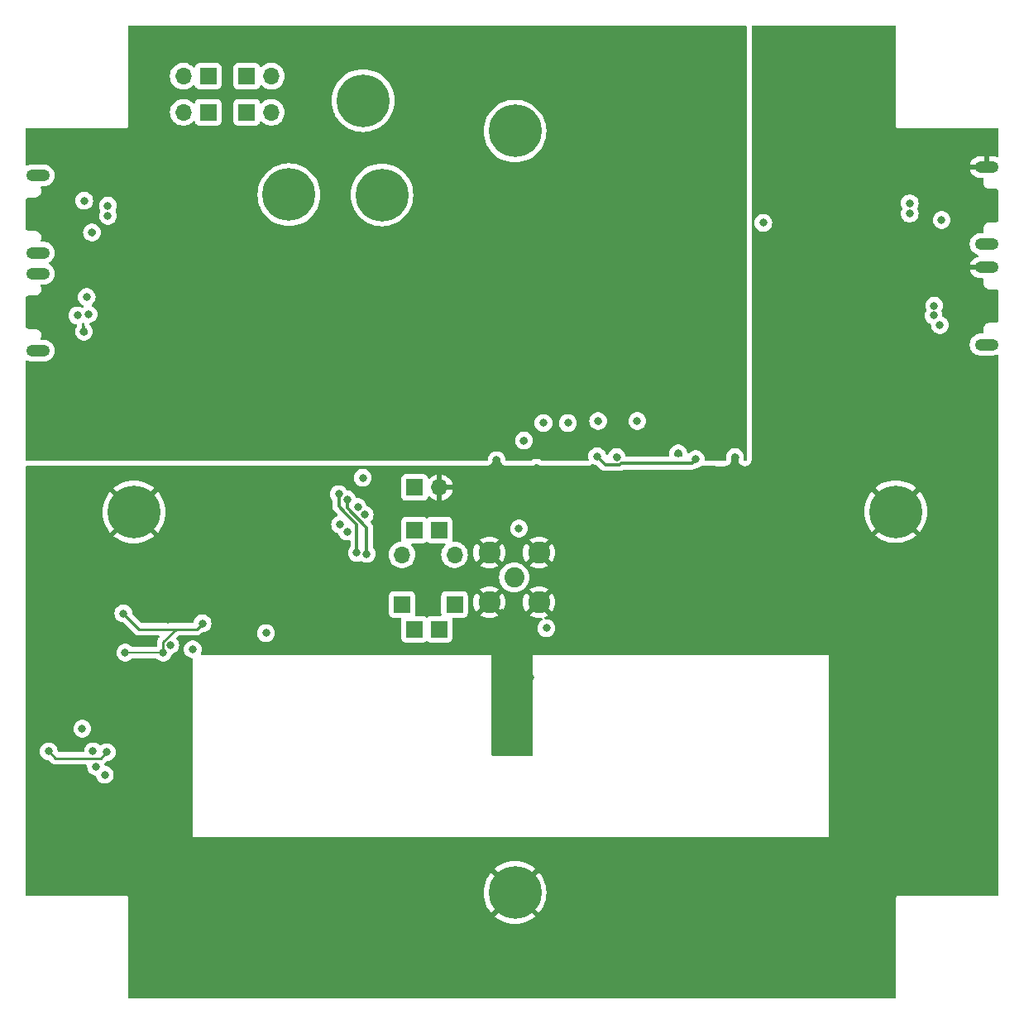
<source format=gbr>
%TF.GenerationSoftware,KiCad,Pcbnew,8.0.2-1*%
%TF.CreationDate,2024-06-23T19:16:47-07:00*%
%TF.ProjectId,antenna_top_cap_v2,616e7465-6e6e-4615-9f74-6f705f636170,rev?*%
%TF.SameCoordinates,Original*%
%TF.FileFunction,Copper,L2,Inr*%
%TF.FilePolarity,Positive*%
%FSLAX46Y46*%
G04 Gerber Fmt 4.6, Leading zero omitted, Abs format (unit mm)*
G04 Created by KiCad (PCBNEW 8.0.2-1) date 2024-06-23 19:16:47*
%MOMM*%
%LPD*%
G01*
G04 APERTURE LIST*
%TA.AperFunction,ComponentPad*%
%ADD10O,1.700000X1.700000*%
%TD*%
%TA.AperFunction,ComponentPad*%
%ADD11R,1.700000X1.700000*%
%TD*%
%TA.AperFunction,ComponentPad*%
%ADD12C,5.400000*%
%TD*%
%TA.AperFunction,ComponentPad*%
%ADD13C,2.050000*%
%TD*%
%TA.AperFunction,ComponentPad*%
%ADD14C,2.250000*%
%TD*%
%TA.AperFunction,ComponentPad*%
%ADD15O,2.416000X1.208000*%
%TD*%
%TA.AperFunction,ViaPad*%
%ADD16C,0.800000*%
%TD*%
%TA.AperFunction,Conductor*%
%ADD17C,0.300000*%
%TD*%
%TA.AperFunction,Conductor*%
%ADD18C,0.152400*%
%TD*%
%TA.AperFunction,Conductor*%
%ADD19C,0.254000*%
%TD*%
%TA.AperFunction,Conductor*%
%ADD20C,0.250000*%
%TD*%
G04 APERTURE END LIST*
D10*
%TO.N,BURN*%
%TO.C,J7*%
X154275800Y-116609400D03*
D11*
X155545800Y-114069400D03*
X158085800Y-114069400D03*
D10*
X159645800Y-116609400D03*
D11*
%TO.N,BURN_GND*%
X154275800Y-121689400D03*
X155545800Y-124229400D03*
X158085800Y-124229400D03*
X159645800Y-121689400D03*
%TD*%
%TO.N,~{FC_RESET}*%
%TO.C,J9*%
X134420800Y-67619400D03*
D10*
%TO.N,GND*%
X131880800Y-67619400D03*
%TD*%
D11*
%TO.N,EPS_USBBOOT*%
%TO.C,J2*%
X138370800Y-71319400D03*
D10*
%TO.N,GND*%
X140910800Y-71319400D03*
%TD*%
D12*
%TO.N,GND*%
%TO.C,TP3*%
X150275800Y-70119400D03*
%TD*%
%TO.N,GND*%
%TO.C,TP7*%
X142693713Y-79756113D03*
%TD*%
%TO.N,GND*%
%TO.C,TP2*%
X152215800Y-79769400D03*
%TD*%
%TO.N,GND*%
%TO.C,TP5*%
X126825800Y-112239400D03*
%TD*%
%TO.N,GND*%
%TO.C,TP6*%
X165835800Y-73239400D03*
%TD*%
%TO.N,GND*%
%TO.C,TP1*%
X165835800Y-151189400D03*
%TD*%
%TO.N,GND*%
%TO.C,TP4*%
X204805800Y-112189400D03*
%TD*%
D13*
%TO.N,Net-(J5-In)*%
%TO.C,J5*%
X165745800Y-118919400D03*
D14*
%TO.N,GND*%
X163205800Y-116379400D03*
X163205800Y-121459400D03*
X168285800Y-116379400D03*
X168285800Y-121459400D03*
%TD*%
D11*
%TO.N,~{EPS_RESET}*%
%TO.C,J3*%
X138370800Y-67619400D03*
D10*
%TO.N,GND*%
X140910800Y-67619400D03*
%TD*%
D11*
%TO.N,FC_USBBOOT*%
%TO.C,J20*%
X134420800Y-71319400D03*
D10*
%TO.N,GND*%
X131880800Y-71319400D03*
%TD*%
D15*
%TO.N,GND*%
%TO.C,J10*%
X116995800Y-85694400D03*
%TO.N,N/C*%
X116995800Y-77794400D03*
%TD*%
%TO.N,GND*%
%TO.C,J13*%
X214095800Y-87194400D03*
%TO.N,N/C*%
X214095800Y-95094400D03*
%TD*%
D11*
%TO.N,Dir_Chrg_In*%
%TO.C,J1*%
X155570800Y-109719400D03*
D10*
%TO.N,GND*%
X158110800Y-109719400D03*
%TD*%
D15*
%TO.N,GND*%
%TO.C,J15*%
X214095800Y-76919400D03*
%TO.N,N/C*%
X214095800Y-84819400D03*
%TD*%
%TO.N,GND*%
%TO.C,J11*%
X116995800Y-95719400D03*
%TO.N,N/C*%
X116995800Y-87819400D03*
%TD*%
D16*
%TO.N,GND*%
X175645800Y-122519400D03*
X175145800Y-123519400D03*
X174545800Y-124319400D03*
X173745800Y-124919400D03*
X172945800Y-125619400D03*
X173145800Y-121919400D03*
X172445800Y-122519400D03*
X171745800Y-123219400D03*
X171045800Y-123919400D03*
X168045800Y-107719400D03*
X162545800Y-111219400D03*
X166745800Y-104919400D03*
X163945647Y-106919553D03*
X153177969Y-111051569D03*
%TO.N,EPS_USBBOOT*%
X147797800Y-110389400D03*
X149645800Y-116419400D03*
%TO.N,~{EPS_RESET}*%
X148645800Y-110919400D03*
X150645800Y-116519400D03*
%TO.N,V_RF*%
X184345800Y-106819400D03*
X174245800Y-106519400D03*
X171245800Y-103119400D03*
X168745800Y-103119400D03*
%TO.N,+3V3*%
X150245800Y-108719400D03*
%TO.N,SDA1*%
X150445800Y-112519400D03*
%TO.N,SCL1*%
X149745800Y-111719400D03*
X147934616Y-113516366D03*
%TO.N,SDA1*%
X148641725Y-114223475D03*
%TO.N,EPS_USB_D+*%
X121045800Y-92119400D03*
%TO.N,EPS_USB_D-*%
X122184502Y-91994399D03*
%TO.N,GND*%
X122535800Y-83619400D03*
X188345800Y-106619400D03*
X182545800Y-106219400D03*
X166695800Y-123069400D03*
X130347958Y-123222637D03*
X176245800Y-106619400D03*
X209075800Y-78979400D03*
X164445800Y-125519400D03*
X166645800Y-124969400D03*
X167395800Y-129169400D03*
X164445800Y-123519400D03*
X117945800Y-138629545D03*
X166695800Y-127519400D03*
X164445800Y-124519400D03*
X164545800Y-122519400D03*
X166945800Y-130301025D03*
X163895800Y-129119400D03*
X166645800Y-123969400D03*
X164445800Y-126519400D03*
X164445800Y-127419400D03*
X118145800Y-134819400D03*
X164971175Y-128319400D03*
X166545800Y-128419400D03*
X209175800Y-89609400D03*
X121705800Y-93769400D03*
X174345800Y-102919400D03*
X164578799Y-130276413D03*
%TO.N,+3V3*%
X166245800Y-113919400D03*
X140345800Y-124619400D03*
X178345800Y-102919400D03*
X169045800Y-124119400D03*
X191245800Y-82625901D03*
%TO.N,2.8V*%
X124045800Y-136819400D03*
X125945800Y-126619400D03*
X118106730Y-136731536D03*
X125745800Y-122619400D03*
X133845800Y-123619400D03*
X129820800Y-126607053D03*
%TO.N,/SCL_3V*%
X122945800Y-138304400D03*
%TO.N,/GPIO*%
X121535800Y-134409400D03*
%TO.N,/XSHUT_2.8V*%
X122625802Y-136719400D03*
%TO.N,Net-(J10-VBUS)*%
X121745800Y-80359400D03*
%TO.N,/2d-*%
X208673487Y-92116785D03*
%TO.N,/2d+*%
X208745800Y-91119400D03*
%TO.N,/3d-*%
X206237842Y-81684400D03*
%TO.N,/3d+*%
X206237842Y-80634400D03*
%TO.N,Net-(J11-VBUS)*%
X121985800Y-90219400D03*
%TO.N,Net-(J13-VBUS)*%
X209325800Y-93099900D03*
%TO.N,Net-(J15-VBUS)*%
X209502184Y-82340211D03*
%TO.N,FC_USB_D-*%
X124159873Y-80864400D03*
%TO.N,FC_USB_D+*%
X124159873Y-81914400D03*
%TO.N,SDA1*%
X132845800Y-126291732D03*
X130545800Y-125867037D03*
%TO.N,/SDA_3V*%
X123845800Y-139119400D03*
%TD*%
D17*
%TO.N,EPS_USBBOOT*%
X147797800Y-111678507D02*
X147797800Y-110389400D01*
X148438693Y-112319400D02*
X147797800Y-111678507D01*
X149645800Y-116419400D02*
X149645800Y-113526506D01*
X149645800Y-113526506D02*
X148438693Y-112319400D01*
%TO.N,~{EPS_RESET}*%
X150645800Y-116519400D02*
X150645800Y-113819400D01*
X150645800Y-113819400D02*
X148645800Y-111819400D01*
X148645800Y-111819400D02*
X148645800Y-110919400D01*
%TO.N,V_RF*%
X176556461Y-107369400D02*
X175095800Y-107369400D01*
X176706461Y-107219400D02*
X176556461Y-107369400D01*
X184345800Y-106819400D02*
X183945800Y-107219400D01*
X183945800Y-107219400D02*
X176706461Y-107219400D01*
X175095800Y-107369400D02*
X174245800Y-106519400D01*
D18*
%TO.N,2.8V*%
X125958147Y-126607053D02*
X125945800Y-126619400D01*
D19*
X124045800Y-136819400D02*
X123418800Y-137446400D01*
D18*
X129820800Y-126607053D02*
X125958147Y-126607053D01*
D20*
X133245800Y-124219400D02*
X127345800Y-124219400D01*
X127345800Y-124219400D02*
X125745800Y-122619400D01*
D19*
X123418800Y-137446400D02*
X118821594Y-137446400D01*
D20*
X131145800Y-124219400D02*
X129820800Y-125544400D01*
X129820800Y-125544400D02*
X129820800Y-126607053D01*
D19*
X118821594Y-137446400D02*
X118106730Y-136731536D01*
D20*
X133245800Y-124219400D02*
X131145800Y-124219400D01*
X133845800Y-123619400D02*
X133245800Y-124219400D01*
%TD*%
%TA.AperFunction,Conductor*%
%TO.N,GND*%
G36*
X204787821Y-62437702D02*
G01*
X204834314Y-62491358D01*
X204845700Y-62543700D01*
X204845700Y-72757082D01*
X204876223Y-72830773D01*
X204876226Y-72830777D01*
X204932622Y-72887173D01*
X204932626Y-72887176D01*
X205006318Y-72917700D01*
X215219659Y-72917700D01*
X215287780Y-72937702D01*
X215334273Y-72991358D01*
X215345659Y-73043716D01*
X215345320Y-75794685D01*
X215325310Y-75862803D01*
X215271648Y-75909289D01*
X215201373Y-75919384D01*
X215162117Y-75906936D01*
X215126661Y-75888870D01*
X215126655Y-75888867D01*
X214960199Y-75834782D01*
X214787313Y-75807400D01*
X214349800Y-75807400D01*
X214349800Y-76569400D01*
X213841800Y-76569400D01*
X213841800Y-75807400D01*
X213404287Y-75807400D01*
X213231400Y-75834782D01*
X213064944Y-75888867D01*
X213064938Y-75888870D01*
X212908981Y-75968334D01*
X212767377Y-76071216D01*
X212767374Y-76071218D01*
X212643618Y-76194974D01*
X212643616Y-76194977D01*
X212540734Y-76336581D01*
X212461270Y-76492538D01*
X212461269Y-76492541D01*
X212407182Y-76659000D01*
X212407182Y-76659001D01*
X212406168Y-76665399D01*
X212406169Y-76665400D01*
X213554825Y-76665400D01*
X213515730Y-76704495D01*
X213469652Y-76784305D01*
X213445800Y-76873322D01*
X213445800Y-76965478D01*
X213469652Y-77054495D01*
X213515730Y-77134305D01*
X213554825Y-77173400D01*
X212406169Y-77173400D01*
X212407182Y-77179798D01*
X212407182Y-77179799D01*
X212461269Y-77346258D01*
X212461270Y-77346261D01*
X212540734Y-77502218D01*
X212643616Y-77643822D01*
X212643618Y-77643825D01*
X212767374Y-77767581D01*
X212767377Y-77767583D01*
X212908981Y-77870465D01*
X213064938Y-77949929D01*
X213064944Y-77949932D01*
X213231400Y-78004017D01*
X213404287Y-78031400D01*
X213696241Y-78031400D01*
X213764362Y-78051402D01*
X213810855Y-78105058D01*
X213820959Y-78175332D01*
X213809763Y-78212069D01*
X213792850Y-78247190D01*
X213777919Y-78278194D01*
X213745300Y-78421106D01*
X213745300Y-78567694D01*
X213757045Y-78619150D01*
X213777919Y-78710605D01*
X213777921Y-78710610D01*
X213841518Y-78842672D01*
X213841519Y-78842674D01*
X213841520Y-78842675D01*
X213841521Y-78842677D01*
X213932917Y-78957283D01*
X214047523Y-79048679D01*
X214179594Y-79112281D01*
X214322506Y-79144900D01*
X214355918Y-79144900D01*
X215014275Y-79144900D01*
X215043831Y-79148415D01*
X215101854Y-79162416D01*
X215132564Y-79174248D01*
X215187751Y-79204306D01*
X215214349Y-79223687D01*
X215259871Y-79267013D01*
X215280544Y-79292624D01*
X215313292Y-79346261D01*
X215326626Y-79376348D01*
X215344368Y-79436635D01*
X215349457Y-79469154D01*
X215350520Y-79513016D01*
X215350121Y-79517652D01*
X215350243Y-79517652D01*
X215350243Y-79552486D01*
X215349526Y-79565909D01*
X215347135Y-79588223D01*
X215348246Y-79600589D01*
X215347893Y-79600620D01*
X215350243Y-79616937D01*
X215350243Y-80869294D01*
X215350242Y-80869773D01*
X215345478Y-82122258D01*
X215343076Y-82138715D01*
X215343304Y-82138736D01*
X215342192Y-82151097D01*
X215344517Y-82172807D01*
X215345232Y-82186695D01*
X215345104Y-82220504D01*
X215345579Y-82226139D01*
X215344510Y-82270159D01*
X215339420Y-82302678D01*
X215321679Y-82362952D01*
X215308342Y-82393040D01*
X215275596Y-82446666D01*
X215254920Y-82472276D01*
X215209403Y-82515591D01*
X215182802Y-82534971D01*
X215127624Y-82565019D01*
X215096914Y-82576849D01*
X215040800Y-82590386D01*
X215011251Y-82593900D01*
X214435682Y-82593900D01*
X214395800Y-82593900D01*
X214322506Y-82593900D01*
X214182302Y-82625901D01*
X214179594Y-82626519D01*
X214179589Y-82626521D01*
X214047527Y-82690118D01*
X214047525Y-82690119D01*
X213932917Y-82781517D01*
X213841519Y-82896125D01*
X213841518Y-82896127D01*
X213777921Y-83028189D01*
X213777919Y-83028194D01*
X213745300Y-83171106D01*
X213745300Y-83317694D01*
X213777291Y-83457855D01*
X213777919Y-83460605D01*
X213777921Y-83460610D01*
X213809522Y-83526231D01*
X213821057Y-83596284D01*
X213792887Y-83661453D01*
X213733957Y-83701047D01*
X213696000Y-83706900D01*
X213404244Y-83706900D01*
X213231289Y-83734294D01*
X213231287Y-83734294D01*
X213231284Y-83734295D01*
X213064752Y-83788404D01*
X213064746Y-83788407D01*
X212908719Y-83867907D01*
X212767052Y-83970834D01*
X212643234Y-84094652D01*
X212540307Y-84236319D01*
X212460807Y-84392346D01*
X212460804Y-84392352D01*
X212406695Y-84558884D01*
X212406694Y-84558887D01*
X212406694Y-84558889D01*
X212379300Y-84731844D01*
X212379300Y-84906956D01*
X212398920Y-85030826D01*
X212406695Y-85079915D01*
X212419254Y-85118569D01*
X212460806Y-85246452D01*
X212540305Y-85402477D01*
X212540307Y-85402480D01*
X212643234Y-85544147D01*
X212767052Y-85667965D01*
X212767055Y-85667967D01*
X212908723Y-85770895D01*
X213064748Y-85850394D01*
X213178424Y-85887329D01*
X213237030Y-85927402D01*
X213264667Y-85992799D01*
X213252560Y-86062756D01*
X213204554Y-86115062D01*
X213178425Y-86126995D01*
X213064941Y-86163869D01*
X213064938Y-86163870D01*
X212908981Y-86243334D01*
X212767377Y-86346216D01*
X212767374Y-86346218D01*
X212643618Y-86469974D01*
X212643616Y-86469977D01*
X212540734Y-86611581D01*
X212461270Y-86767538D01*
X212461269Y-86767541D01*
X212407182Y-86934000D01*
X212407182Y-86934001D01*
X212406168Y-86940399D01*
X212406169Y-86940400D01*
X213554825Y-86940400D01*
X213515730Y-86979495D01*
X213469652Y-87059305D01*
X213445800Y-87148322D01*
X213445800Y-87240478D01*
X213469652Y-87329495D01*
X213515730Y-87409305D01*
X213554825Y-87448400D01*
X212406169Y-87448400D01*
X212407182Y-87454798D01*
X212407182Y-87454799D01*
X212461269Y-87621258D01*
X212461270Y-87621261D01*
X212540734Y-87777218D01*
X212643616Y-87918822D01*
X212643618Y-87918825D01*
X212767374Y-88042581D01*
X212767377Y-88042583D01*
X212908981Y-88145465D01*
X213064938Y-88224929D01*
X213064944Y-88224932D01*
X213231400Y-88279017D01*
X213404287Y-88306400D01*
X213696241Y-88306400D01*
X213764362Y-88326402D01*
X213810855Y-88380058D01*
X213820959Y-88450332D01*
X213809763Y-88487069D01*
X213792850Y-88522190D01*
X213777919Y-88553194D01*
X213745300Y-88696106D01*
X213745300Y-88842694D01*
X213757045Y-88894150D01*
X213777919Y-88985605D01*
X213777921Y-88985610D01*
X213841518Y-89117672D01*
X213841519Y-89117674D01*
X213841520Y-89117675D01*
X213841521Y-89117677D01*
X213932917Y-89232283D01*
X214047523Y-89323679D01*
X214179594Y-89387281D01*
X214322506Y-89419900D01*
X214355918Y-89419900D01*
X215014275Y-89419900D01*
X215043831Y-89423415D01*
X215101854Y-89437416D01*
X215132564Y-89449248D01*
X215187751Y-89479306D01*
X215214349Y-89498687D01*
X215259871Y-89542013D01*
X215280544Y-89567624D01*
X215313292Y-89621261D01*
X215326626Y-89651348D01*
X215344368Y-89711635D01*
X215349457Y-89744154D01*
X215350520Y-89788016D01*
X215350121Y-89792652D01*
X215350243Y-89792652D01*
X215350243Y-89827486D01*
X215349526Y-89840909D01*
X215347135Y-89863223D01*
X215348246Y-89875589D01*
X215347893Y-89875620D01*
X215350243Y-89891937D01*
X215350243Y-91144294D01*
X215350242Y-91144773D01*
X215345478Y-92397258D01*
X215343076Y-92413715D01*
X215343304Y-92413736D01*
X215342192Y-92426097D01*
X215344517Y-92447807D01*
X215345232Y-92461695D01*
X215345104Y-92495504D01*
X215345579Y-92501139D01*
X215344510Y-92545159D01*
X215339420Y-92577678D01*
X215321679Y-92637952D01*
X215308342Y-92668040D01*
X215275596Y-92721666D01*
X215254920Y-92747276D01*
X215209403Y-92790591D01*
X215182802Y-92809971D01*
X215127624Y-92840019D01*
X215096914Y-92851849D01*
X215040800Y-92865386D01*
X215011251Y-92868900D01*
X214435682Y-92868900D01*
X214395800Y-92868900D01*
X214322506Y-92868900D01*
X214181666Y-92901046D01*
X214179594Y-92901519D01*
X214179589Y-92901521D01*
X214047527Y-92965118D01*
X214047525Y-92965119D01*
X213932917Y-93056517D01*
X213841519Y-93171125D01*
X213841518Y-93171127D01*
X213777921Y-93303189D01*
X213777919Y-93303194D01*
X213745300Y-93446106D01*
X213745300Y-93592694D01*
X213769792Y-93699998D01*
X213777919Y-93735605D01*
X213777921Y-93735610D01*
X213809522Y-93801231D01*
X213821057Y-93871284D01*
X213792887Y-93936453D01*
X213733957Y-93976047D01*
X213696000Y-93981900D01*
X213404244Y-93981900D01*
X213231289Y-94009294D01*
X213231287Y-94009294D01*
X213231284Y-94009295D01*
X213064752Y-94063404D01*
X213064746Y-94063407D01*
X212908719Y-94142907D01*
X212767052Y-94245834D01*
X212643234Y-94369652D01*
X212540307Y-94511319D01*
X212460807Y-94667346D01*
X212460804Y-94667352D01*
X212406695Y-94833884D01*
X212406694Y-94833887D01*
X212406694Y-94833889D01*
X212379300Y-95006844D01*
X212379300Y-95181956D01*
X212389188Y-95244382D01*
X212406695Y-95354915D01*
X212419151Y-95393252D01*
X212460806Y-95521452D01*
X212537647Y-95672260D01*
X212540307Y-95677480D01*
X212643234Y-95819147D01*
X212767052Y-95942965D01*
X212767055Y-95942967D01*
X212908723Y-96045895D01*
X213064748Y-96125394D01*
X213231289Y-96179506D01*
X213404244Y-96206900D01*
X213404247Y-96206900D01*
X214787353Y-96206900D01*
X214787356Y-96206900D01*
X214960311Y-96179506D01*
X215126852Y-96125394D01*
X215162097Y-96107435D01*
X215231871Y-96094330D01*
X215297656Y-96121028D01*
X215338564Y-96179055D01*
X215345300Y-96219700D01*
X215345697Y-151390699D01*
X215325695Y-151458820D01*
X215272040Y-151505313D01*
X215219697Y-151516700D01*
X205006318Y-151516700D01*
X204932626Y-151547223D01*
X204932622Y-151547226D01*
X204876226Y-151603622D01*
X204876223Y-151603626D01*
X204845700Y-151677317D01*
X204845700Y-161890700D01*
X204825698Y-161958821D01*
X204772042Y-162005314D01*
X204719700Y-162016700D01*
X126372700Y-162016700D01*
X126304579Y-161996698D01*
X126258086Y-161943042D01*
X126246700Y-161890700D01*
X126246700Y-151677317D01*
X126216176Y-151603626D01*
X126216173Y-151603622D01*
X126159777Y-151547226D01*
X126159773Y-151547223D01*
X126086082Y-151516700D01*
X115872697Y-151516700D01*
X115804576Y-151496698D01*
X115758083Y-151443042D01*
X115746697Y-151390701D01*
X115746695Y-151189400D01*
X162622745Y-151189400D01*
X162642947Y-151549144D01*
X162703301Y-151904365D01*
X162803052Y-152250609D01*
X162940936Y-152583490D01*
X162940939Y-152583495D01*
X163115226Y-152898844D01*
X163323727Y-153192700D01*
X163323728Y-153192702D01*
X163394308Y-153271681D01*
X164718148Y-151947841D01*
X164806078Y-152068866D01*
X164956334Y-152219122D01*
X165077357Y-152307050D01*
X163753518Y-153630890D01*
X163832497Y-153701471D01*
X163832499Y-153701472D01*
X164126355Y-153909972D01*
X164126355Y-153909973D01*
X164441704Y-154084260D01*
X164441709Y-154084263D01*
X164774590Y-154222147D01*
X165120834Y-154321898D01*
X165476055Y-154382252D01*
X165835800Y-154402454D01*
X166195544Y-154382252D01*
X166550765Y-154321898D01*
X166897009Y-154222147D01*
X167229890Y-154084263D01*
X167229895Y-154084260D01*
X167545244Y-153909973D01*
X167545244Y-153909972D01*
X167839100Y-153701472D01*
X167839113Y-153701462D01*
X167918081Y-153630891D01*
X167918081Y-153630890D01*
X166594241Y-152307050D01*
X166715266Y-152219122D01*
X166865522Y-152068866D01*
X166953450Y-151947841D01*
X168277290Y-153271681D01*
X168277291Y-153271681D01*
X168347862Y-153192713D01*
X168347872Y-153192700D01*
X168556372Y-152898844D01*
X168556373Y-152898844D01*
X168730660Y-152583495D01*
X168730663Y-152583490D01*
X168868547Y-152250609D01*
X168968298Y-151904365D01*
X169028652Y-151549144D01*
X169048854Y-151189400D01*
X169028652Y-150829655D01*
X168968298Y-150474434D01*
X168868547Y-150128190D01*
X168730663Y-149795309D01*
X168730660Y-149795304D01*
X168556373Y-149479955D01*
X168347872Y-149186099D01*
X168347871Y-149186097D01*
X168277290Y-149107118D01*
X166953450Y-150430957D01*
X166865522Y-150309934D01*
X166715266Y-150159678D01*
X166594241Y-150071748D01*
X167918081Y-148747908D01*
X167839102Y-148677328D01*
X167839100Y-148677327D01*
X167545244Y-148468827D01*
X167545244Y-148468826D01*
X167229895Y-148294539D01*
X167229890Y-148294536D01*
X166897009Y-148156652D01*
X166550765Y-148056901D01*
X166195544Y-147996547D01*
X165835800Y-147976345D01*
X165476055Y-147996547D01*
X165120834Y-148056901D01*
X164774590Y-148156652D01*
X164441709Y-148294536D01*
X164441704Y-148294539D01*
X164126355Y-148468826D01*
X164126355Y-148468827D01*
X163832502Y-148677324D01*
X163832492Y-148677332D01*
X163753517Y-148747908D01*
X165077358Y-150071749D01*
X164956334Y-150159678D01*
X164806078Y-150309934D01*
X164718149Y-150430958D01*
X163394308Y-149107117D01*
X163323732Y-149186092D01*
X163323724Y-149186102D01*
X163115227Y-149479955D01*
X163115226Y-149479955D01*
X162940939Y-149795304D01*
X162940936Y-149795309D01*
X162803052Y-150128190D01*
X162703301Y-150474434D01*
X162642947Y-150829655D01*
X162622745Y-151189400D01*
X115746695Y-151189400D01*
X115746686Y-149938306D01*
X115746590Y-136731536D01*
X117193226Y-136731536D01*
X117213187Y-136921463D01*
X117241737Y-137009327D01*
X117272203Y-137103092D01*
X117272206Y-137103097D01*
X117367688Y-137268477D01*
X117367695Y-137268487D01*
X117495474Y-137410400D01*
X117495477Y-137410402D01*
X117649978Y-137522654D01*
X117824442Y-137600330D01*
X118011243Y-137640036D01*
X118064307Y-137640036D01*
X118132428Y-137660038D01*
X118153402Y-137676941D01*
X118416486Y-137940025D01*
X118520572Y-138009573D01*
X118636225Y-138057478D01*
X118759003Y-138081900D01*
X118884185Y-138081900D01*
X121915744Y-138081900D01*
X121983865Y-138101902D01*
X122030358Y-138155558D01*
X122041054Y-138221070D01*
X122032296Y-138304399D01*
X122052257Y-138494327D01*
X122080890Y-138582448D01*
X122111273Y-138675956D01*
X122111276Y-138675961D01*
X122206758Y-138841341D01*
X122206765Y-138841351D01*
X122334544Y-138983264D01*
X122334547Y-138983266D01*
X122489048Y-139095518D01*
X122663512Y-139173194D01*
X122850313Y-139212900D01*
X122850314Y-139212900D01*
X122855578Y-139214019D01*
X122918051Y-139247748D01*
X122948837Y-139303495D01*
X122950217Y-139303047D01*
X122952258Y-139309327D01*
X122952258Y-139309328D01*
X123011273Y-139490956D01*
X123011276Y-139490961D01*
X123106758Y-139656341D01*
X123106765Y-139656351D01*
X123234544Y-139798264D01*
X123234547Y-139798266D01*
X123389048Y-139910518D01*
X123563512Y-139988194D01*
X123750313Y-140027900D01*
X123941287Y-140027900D01*
X124128088Y-139988194D01*
X124302552Y-139910518D01*
X124457053Y-139798266D01*
X124584840Y-139656344D01*
X124680327Y-139490956D01*
X124739342Y-139309328D01*
X124759304Y-139119400D01*
X124739342Y-138929472D01*
X124680327Y-138747844D01*
X124584840Y-138582456D01*
X124584838Y-138582454D01*
X124584834Y-138582448D01*
X124457055Y-138440535D01*
X124302552Y-138328282D01*
X124248912Y-138304400D01*
X124128088Y-138250606D01*
X124128087Y-138250605D01*
X124128083Y-138250604D01*
X123936021Y-138209779D01*
X123873547Y-138176051D01*
X123842761Y-138120303D01*
X123841383Y-138120752D01*
X123816636Y-138044591D01*
X123814608Y-137973624D01*
X123847374Y-137916559D01*
X123999128Y-137764805D01*
X124061440Y-137730779D01*
X124088223Y-137727900D01*
X124141287Y-137727900D01*
X124328088Y-137688194D01*
X124502552Y-137610518D01*
X124657053Y-137498266D01*
X124784840Y-137356344D01*
X124880327Y-137190956D01*
X124939342Y-137009328D01*
X124959304Y-136819400D01*
X124939342Y-136629472D01*
X124880327Y-136447844D01*
X124784840Y-136282456D01*
X124784838Y-136282454D01*
X124784834Y-136282448D01*
X124657055Y-136140535D01*
X124502552Y-136028282D01*
X124328088Y-135950606D01*
X124141287Y-135910900D01*
X123950313Y-135910900D01*
X123763511Y-135950606D01*
X123589047Y-136028282D01*
X123461373Y-136121043D01*
X123394505Y-136144902D01*
X123325353Y-136128821D01*
X123293676Y-136103417D01*
X123237057Y-136040535D01*
X123082554Y-135928282D01*
X122908090Y-135850606D01*
X122721289Y-135810900D01*
X122530315Y-135810900D01*
X122343513Y-135850606D01*
X122169049Y-135928282D01*
X122014546Y-136040535D01*
X121886767Y-136182448D01*
X121886760Y-136182458D01*
X121791278Y-136347838D01*
X121791275Y-136347844D01*
X121776801Y-136392386D01*
X121732259Y-136529472D01*
X121714540Y-136698070D01*
X121687527Y-136763727D01*
X121629306Y-136804357D01*
X121589230Y-136810900D01*
X119142027Y-136810900D01*
X119073906Y-136790898D01*
X119027413Y-136737242D01*
X119016717Y-136698070D01*
X119000272Y-136541608D01*
X118969806Y-136447845D01*
X118941257Y-136359980D01*
X118845770Y-136194592D01*
X118845768Y-136194590D01*
X118845764Y-136194584D01*
X118717985Y-136052671D01*
X118563482Y-135940418D01*
X118389018Y-135862742D01*
X118202217Y-135823036D01*
X118011243Y-135823036D01*
X117824441Y-135862742D01*
X117649977Y-135940418D01*
X117495474Y-136052671D01*
X117367695Y-136194584D01*
X117367688Y-136194594D01*
X117272206Y-136359974D01*
X117272203Y-136359981D01*
X117213187Y-136541608D01*
X117193226Y-136731536D01*
X115746590Y-136731536D01*
X115746573Y-134409400D01*
X120622296Y-134409400D01*
X120642257Y-134599327D01*
X120672326Y-134691870D01*
X120701273Y-134780956D01*
X120701276Y-134780961D01*
X120796758Y-134946341D01*
X120796765Y-134946351D01*
X120924544Y-135088264D01*
X120924547Y-135088266D01*
X121079048Y-135200518D01*
X121253512Y-135278194D01*
X121440313Y-135317900D01*
X121631287Y-135317900D01*
X121818088Y-135278194D01*
X121992552Y-135200518D01*
X122147053Y-135088266D01*
X122274840Y-134946344D01*
X122370327Y-134780956D01*
X122429342Y-134599328D01*
X122449304Y-134409400D01*
X122429342Y-134219472D01*
X122370327Y-134037844D01*
X122274840Y-133872456D01*
X122274838Y-133872454D01*
X122274834Y-133872448D01*
X122147055Y-133730535D01*
X121992552Y-133618282D01*
X121818088Y-133540606D01*
X121631287Y-133500900D01*
X121440313Y-133500900D01*
X121253511Y-133540606D01*
X121079047Y-133618282D01*
X120924544Y-133730535D01*
X120796765Y-133872448D01*
X120796758Y-133872458D01*
X120701276Y-134037838D01*
X120701273Y-134037845D01*
X120642257Y-134219472D01*
X120622296Y-134409400D01*
X115746573Y-134409400D01*
X115746488Y-122619400D01*
X124832296Y-122619400D01*
X124852257Y-122809327D01*
X124865765Y-122850898D01*
X124911273Y-122990956D01*
X124917873Y-123002388D01*
X125006758Y-123156341D01*
X125006765Y-123156351D01*
X125134544Y-123298264D01*
X125175860Y-123328282D01*
X125289048Y-123410518D01*
X125463512Y-123488194D01*
X125650313Y-123527900D01*
X125706206Y-123527900D01*
X125774327Y-123547902D01*
X125795296Y-123564800D01*
X126941967Y-124711472D01*
X127045725Y-124780801D01*
X127114597Y-124809328D01*
X127161015Y-124828555D01*
X127283406Y-124852900D01*
X127283407Y-124852900D01*
X127408194Y-124852900D01*
X129312206Y-124852900D01*
X129380327Y-124872902D01*
X129426820Y-124926558D01*
X129436924Y-124996832D01*
X129407430Y-125061412D01*
X129401301Y-125067995D01*
X129328731Y-125140564D01*
X129328726Y-125140571D01*
X129296632Y-125188604D01*
X129259400Y-125244325D01*
X129211645Y-125359615D01*
X129201828Y-125408968D01*
X129187300Y-125482003D01*
X129187300Y-125896353D01*
X129167298Y-125964474D01*
X129113642Y-126010967D01*
X129061300Y-126022353D01*
X126686822Y-126022353D01*
X126618701Y-126002351D01*
X126593185Y-125980663D01*
X126578608Y-125964474D01*
X126557053Y-125940534D01*
X126529024Y-125920170D01*
X126402552Y-125828282D01*
X126228088Y-125750606D01*
X126041287Y-125710900D01*
X125850313Y-125710900D01*
X125663511Y-125750606D01*
X125489047Y-125828282D01*
X125334544Y-125940535D01*
X125206765Y-126082448D01*
X125206758Y-126082458D01*
X125111276Y-126247838D01*
X125111273Y-126247845D01*
X125052257Y-126429472D01*
X125032296Y-126619400D01*
X125052257Y-126809327D01*
X125082326Y-126901870D01*
X125111273Y-126990956D01*
X125111276Y-126990961D01*
X125206758Y-127156341D01*
X125206765Y-127156351D01*
X125334544Y-127298264D01*
X125334547Y-127298266D01*
X125489048Y-127410518D01*
X125663512Y-127488194D01*
X125850313Y-127527900D01*
X126041287Y-127527900D01*
X126228088Y-127488194D01*
X126402552Y-127410518D01*
X126557053Y-127298266D01*
X126557055Y-127298264D01*
X126615421Y-127233443D01*
X126675867Y-127196203D01*
X126709057Y-127191753D01*
X129068661Y-127191753D01*
X129136782Y-127211755D01*
X129162296Y-127233441D01*
X129209547Y-127285919D01*
X129364048Y-127398171D01*
X129538512Y-127475847D01*
X129725313Y-127515553D01*
X129916287Y-127515553D01*
X130103088Y-127475847D01*
X130277552Y-127398171D01*
X130432053Y-127285919D01*
X130491196Y-127220234D01*
X130559834Y-127144004D01*
X130559835Y-127144002D01*
X130559840Y-127143997D01*
X130655327Y-126978609D01*
X130704767Y-126826449D01*
X130744839Y-126767845D01*
X130798402Y-126742140D01*
X130828088Y-126735831D01*
X131002552Y-126658155D01*
X131157053Y-126545903D01*
X131214898Y-126481660D01*
X131284834Y-126403988D01*
X131284835Y-126403986D01*
X131284840Y-126403981D01*
X131349647Y-126291732D01*
X131932296Y-126291732D01*
X131952257Y-126481659D01*
X131973131Y-126545901D01*
X132011273Y-126663288D01*
X132039641Y-126712423D01*
X132106758Y-126828673D01*
X132106765Y-126828683D01*
X132234544Y-126970596D01*
X132262567Y-126990956D01*
X132389048Y-127082850D01*
X132563512Y-127160526D01*
X132750313Y-127200232D01*
X132759800Y-127200232D01*
X132827921Y-127220234D01*
X132874414Y-127273890D01*
X132885800Y-127326232D01*
X132885800Y-145539400D01*
X197915800Y-145539400D01*
X197915800Y-126869400D01*
X167665800Y-126869400D01*
X167665800Y-137053400D01*
X167645798Y-137121521D01*
X167592142Y-137168014D01*
X167539800Y-137179400D01*
X163541800Y-137179400D01*
X163473679Y-137159398D01*
X163427186Y-137105742D01*
X163415800Y-137053400D01*
X163415800Y-126869400D01*
X133779566Y-126869400D01*
X133711445Y-126849398D01*
X133664952Y-126795742D01*
X133654848Y-126725468D01*
X133670447Y-126680400D01*
X133680327Y-126663288D01*
X133739342Y-126481660D01*
X133759304Y-126291732D01*
X133739342Y-126101804D01*
X133680327Y-125920176D01*
X133584840Y-125754788D01*
X133584838Y-125754786D01*
X133584834Y-125754780D01*
X133457055Y-125612867D01*
X133302552Y-125500614D01*
X133128088Y-125422938D01*
X132941287Y-125383232D01*
X132750313Y-125383232D01*
X132563511Y-125422938D01*
X132389047Y-125500614D01*
X132234544Y-125612867D01*
X132106765Y-125754780D01*
X132106758Y-125754790D01*
X132011276Y-125920170D01*
X132011273Y-125920177D01*
X131952257Y-126101804D01*
X131932296Y-126291732D01*
X131349647Y-126291732D01*
X131380327Y-126238593D01*
X131439342Y-126056965D01*
X131459304Y-125867037D01*
X131439342Y-125677109D01*
X131380327Y-125495481D01*
X131284840Y-125330093D01*
X131207614Y-125244325D01*
X131197204Y-125232763D01*
X131166487Y-125168755D01*
X131175252Y-125098302D01*
X131201746Y-125059357D01*
X131264272Y-124996832D01*
X131371300Y-124889804D01*
X131433612Y-124855779D01*
X131460395Y-124852900D01*
X133308193Y-124852900D01*
X133308194Y-124852900D01*
X133430585Y-124828555D01*
X133545875Y-124780800D01*
X133649633Y-124711471D01*
X133741704Y-124619400D01*
X139432296Y-124619400D01*
X139452257Y-124809327D01*
X139478406Y-124889804D01*
X139511273Y-124990956D01*
X139511276Y-124990961D01*
X139606758Y-125156341D01*
X139606765Y-125156351D01*
X139734544Y-125298264D01*
X139778350Y-125330091D01*
X139889048Y-125410518D01*
X140063512Y-125488194D01*
X140250313Y-125527900D01*
X140441287Y-125527900D01*
X140628088Y-125488194D01*
X140802552Y-125410518D01*
X140957053Y-125298266D01*
X141005622Y-125244325D01*
X141084834Y-125156351D01*
X141084835Y-125156349D01*
X141084840Y-125156344D01*
X141180327Y-124990956D01*
X141239342Y-124809328D01*
X141259304Y-124619400D01*
X141239342Y-124429472D01*
X141180327Y-124247844D01*
X141084840Y-124082456D01*
X141084838Y-124082454D01*
X141084834Y-124082448D01*
X140957055Y-123940535D01*
X140802552Y-123828282D01*
X140628088Y-123750606D01*
X140441287Y-123710900D01*
X140250313Y-123710900D01*
X140063511Y-123750606D01*
X139889047Y-123828282D01*
X139734544Y-123940535D01*
X139606765Y-124082448D01*
X139606758Y-124082458D01*
X139511276Y-124247838D01*
X139511273Y-124247845D01*
X139452257Y-124429472D01*
X139432296Y-124619400D01*
X133741704Y-124619400D01*
X133796299Y-124564805D01*
X133858611Y-124530779D01*
X133885394Y-124527900D01*
X133941287Y-124527900D01*
X134128088Y-124488194D01*
X134302552Y-124410518D01*
X134457053Y-124298266D01*
X134584840Y-124156344D01*
X134680327Y-123990956D01*
X134739342Y-123809328D01*
X134759304Y-123619400D01*
X134739342Y-123429472D01*
X134680327Y-123247844D01*
X134584840Y-123082456D01*
X134584838Y-123082454D01*
X134584834Y-123082448D01*
X134457055Y-122940535D01*
X134302552Y-122828282D01*
X134128088Y-122750606D01*
X133941287Y-122710900D01*
X133750313Y-122710900D01*
X133563511Y-122750606D01*
X133389047Y-122828282D01*
X133234544Y-122940535D01*
X133106765Y-123082448D01*
X133106758Y-123082458D01*
X133028542Y-123217933D01*
X133011273Y-123247844D01*
X133004008Y-123270203D01*
X132952257Y-123429472D01*
X132947676Y-123473069D01*
X132920664Y-123538726D01*
X132862443Y-123579357D01*
X132822366Y-123585900D01*
X127660395Y-123585900D01*
X127592274Y-123565898D01*
X127571300Y-123548995D01*
X126692921Y-122670616D01*
X126658895Y-122608304D01*
X126656708Y-122594706D01*
X126639342Y-122429472D01*
X126580327Y-122247844D01*
X126484840Y-122082456D01*
X126484838Y-122082454D01*
X126484834Y-122082448D01*
X126357055Y-121940535D01*
X126202552Y-121828282D01*
X126028088Y-121750606D01*
X125841287Y-121710900D01*
X125650313Y-121710900D01*
X125463511Y-121750606D01*
X125289047Y-121828282D01*
X125134544Y-121940535D01*
X125006765Y-122082448D01*
X125006758Y-122082458D01*
X124911276Y-122247838D01*
X124911273Y-122247845D01*
X124852257Y-122429472D01*
X124832296Y-122619400D01*
X115746488Y-122619400D01*
X115746475Y-120790750D01*
X152917300Y-120790750D01*
X152917300Y-122588049D01*
X152923809Y-122648596D01*
X152923811Y-122648604D01*
X152974910Y-122785602D01*
X152974912Y-122785607D01*
X153062538Y-122902661D01*
X153179592Y-122990287D01*
X153179594Y-122990288D01*
X153179596Y-122990289D01*
X153237287Y-123011807D01*
X153316595Y-123041388D01*
X153316603Y-123041390D01*
X153377150Y-123047899D01*
X153377155Y-123047899D01*
X153377162Y-123047900D01*
X154095250Y-123047900D01*
X154163371Y-123067902D01*
X154209864Y-123121558D01*
X154219968Y-123191832D01*
X154213305Y-123217933D01*
X154193811Y-123270195D01*
X154193809Y-123270203D01*
X154187300Y-123330750D01*
X154187300Y-125128049D01*
X154193809Y-125188596D01*
X154193811Y-125188604D01*
X154244910Y-125325602D01*
X154244912Y-125325607D01*
X154332538Y-125442661D01*
X154449592Y-125530287D01*
X154449594Y-125530288D01*
X154449596Y-125530289D01*
X154508675Y-125552324D01*
X154586595Y-125581388D01*
X154586603Y-125581390D01*
X154647150Y-125587899D01*
X154647155Y-125587899D01*
X154647162Y-125587900D01*
X154647168Y-125587900D01*
X156444432Y-125587900D01*
X156444438Y-125587900D01*
X156444445Y-125587899D01*
X156444449Y-125587899D01*
X156504996Y-125581390D01*
X156504999Y-125581389D01*
X156505001Y-125581389D01*
X156642004Y-125530289D01*
X156740292Y-125456711D01*
X156806811Y-125431901D01*
X156876185Y-125446992D01*
X156891302Y-125456706D01*
X156949955Y-125500614D01*
X156989596Y-125530289D01*
X157126595Y-125581388D01*
X157126603Y-125581390D01*
X157187150Y-125587899D01*
X157187155Y-125587899D01*
X157187162Y-125587900D01*
X157187168Y-125587900D01*
X158984432Y-125587900D01*
X158984438Y-125587900D01*
X158984445Y-125587899D01*
X158984449Y-125587899D01*
X159044996Y-125581390D01*
X159044999Y-125581389D01*
X159045001Y-125581389D01*
X159182004Y-125530289D01*
X159185196Y-125527900D01*
X159299061Y-125442661D01*
X159386687Y-125325607D01*
X159386687Y-125325606D01*
X159386689Y-125325604D01*
X159437789Y-125188601D01*
X159437836Y-125188171D01*
X159444299Y-125128049D01*
X159444300Y-125128032D01*
X159444300Y-123330767D01*
X159444299Y-123330750D01*
X159437790Y-123270203D01*
X159437788Y-123270195D01*
X159418295Y-123217933D01*
X159413229Y-123147117D01*
X159447254Y-123084805D01*
X159509566Y-123050780D01*
X159536350Y-123047900D01*
X160544432Y-123047900D01*
X160544438Y-123047900D01*
X160544445Y-123047899D01*
X160544449Y-123047899D01*
X160604996Y-123041390D01*
X160604999Y-123041389D01*
X160605001Y-123041389D01*
X160742004Y-122990289D01*
X160808468Y-122940535D01*
X160859061Y-122902661D01*
X160946687Y-122785607D01*
X160946687Y-122785606D01*
X160946689Y-122785604D01*
X160997789Y-122648601D01*
X160999217Y-122635325D01*
X161004299Y-122588049D01*
X161004300Y-122588032D01*
X161004300Y-121459400D01*
X161567750Y-121459400D01*
X161587917Y-121715646D01*
X161647921Y-121965583D01*
X161746286Y-122203057D01*
X161880591Y-122422224D01*
X161882053Y-122423936D01*
X162450028Y-121855961D01*
X162452540Y-121862026D01*
X162545562Y-122001244D01*
X162663956Y-122119638D01*
X162803174Y-122212660D01*
X162809236Y-122215171D01*
X162241262Y-122783145D01*
X162241262Y-122783146D01*
X162242974Y-122784607D01*
X162462142Y-122918913D01*
X162699616Y-123017278D01*
X162949553Y-123077282D01*
X163205800Y-123097449D01*
X163462046Y-123077282D01*
X163711983Y-123017278D01*
X163949457Y-122918913D01*
X164168625Y-122784607D01*
X164170335Y-122783146D01*
X164170336Y-122783145D01*
X163602362Y-122215171D01*
X163608426Y-122212660D01*
X163747644Y-122119638D01*
X163866038Y-122001244D01*
X163959060Y-121862026D01*
X163961571Y-121855962D01*
X164529545Y-122423936D01*
X164529546Y-122423935D01*
X164531007Y-122422225D01*
X164665313Y-122203057D01*
X164763678Y-121965583D01*
X164823682Y-121715646D01*
X164843849Y-121459400D01*
X166647750Y-121459400D01*
X166667917Y-121715646D01*
X166727921Y-121965583D01*
X166826286Y-122203057D01*
X166960591Y-122422224D01*
X166962053Y-122423936D01*
X167530028Y-121855961D01*
X167532540Y-121862026D01*
X167625562Y-122001244D01*
X167743956Y-122119638D01*
X167883174Y-122212660D01*
X167889236Y-122215171D01*
X167321262Y-122783145D01*
X167321262Y-122783146D01*
X167322974Y-122784607D01*
X167542142Y-122918913D01*
X167779616Y-123017278D01*
X168029553Y-123077282D01*
X168285800Y-123097449D01*
X168542050Y-123077282D01*
X168544746Y-123076855D01*
X168545780Y-123076988D01*
X168546982Y-123076894D01*
X168547001Y-123077146D01*
X168615158Y-123085949D01*
X168669475Y-123131667D01*
X168690453Y-123199493D01*
X168671431Y-123267894D01*
X168618448Y-123315152D01*
X168615716Y-123316408D01*
X168589051Y-123328280D01*
X168589048Y-123328282D01*
X168434544Y-123440535D01*
X168306765Y-123582448D01*
X168306758Y-123582458D01*
X168211276Y-123747838D01*
X168211273Y-123747845D01*
X168152257Y-123929472D01*
X168132296Y-124119400D01*
X168152257Y-124309327D01*
X168182326Y-124401870D01*
X168211273Y-124490956D01*
X168211276Y-124490961D01*
X168306758Y-124656341D01*
X168306765Y-124656351D01*
X168434544Y-124798264D01*
X168434547Y-124798266D01*
X168589048Y-124910518D01*
X168763512Y-124988194D01*
X168950313Y-125027900D01*
X169141287Y-125027900D01*
X169328088Y-124988194D01*
X169502552Y-124910518D01*
X169657053Y-124798266D01*
X169672779Y-124780801D01*
X169784834Y-124656351D01*
X169784835Y-124656349D01*
X169784840Y-124656344D01*
X169880327Y-124490956D01*
X169939342Y-124309328D01*
X169959304Y-124119400D01*
X169939342Y-123929472D01*
X169880327Y-123747844D01*
X169784840Y-123582456D01*
X169784838Y-123582454D01*
X169784834Y-123582448D01*
X169657055Y-123440535D01*
X169502552Y-123328282D01*
X169328088Y-123250606D01*
X169141287Y-123210900D01*
X168957984Y-123210900D01*
X168889863Y-123190898D01*
X168843370Y-123137242D01*
X168833266Y-123066968D01*
X168862760Y-123002388D01*
X168909766Y-122968491D01*
X169029457Y-122918913D01*
X169248625Y-122784607D01*
X169250335Y-122783146D01*
X169250336Y-122783145D01*
X168682362Y-122215171D01*
X168688426Y-122212660D01*
X168827644Y-122119638D01*
X168946038Y-122001244D01*
X169039060Y-121862026D01*
X169041571Y-121855962D01*
X169609545Y-122423936D01*
X169609546Y-122423935D01*
X169611007Y-122422225D01*
X169745313Y-122203057D01*
X169843678Y-121965583D01*
X169903682Y-121715646D01*
X169923849Y-121459400D01*
X169903682Y-121203153D01*
X169843678Y-120953216D01*
X169745313Y-120715742D01*
X169611007Y-120496574D01*
X169609545Y-120494862D01*
X169041571Y-121062836D01*
X169039060Y-121056774D01*
X168946038Y-120917556D01*
X168827644Y-120799162D01*
X168688426Y-120706140D01*
X168682361Y-120703628D01*
X169250336Y-120135653D01*
X169248624Y-120134191D01*
X169029457Y-119999886D01*
X168791983Y-119901521D01*
X168542046Y-119841517D01*
X168285800Y-119821350D01*
X168029553Y-119841517D01*
X167779616Y-119901521D01*
X167542142Y-119999886D01*
X167322977Y-120134190D01*
X167322974Y-120134193D01*
X167321262Y-120135653D01*
X167889237Y-120703628D01*
X167883174Y-120706140D01*
X167743956Y-120799162D01*
X167625562Y-120917556D01*
X167532540Y-121056774D01*
X167530028Y-121062837D01*
X166962053Y-120494862D01*
X166960593Y-120496574D01*
X166960590Y-120496577D01*
X166826286Y-120715742D01*
X166727921Y-120953216D01*
X166667917Y-121203153D01*
X166647750Y-121459400D01*
X164843849Y-121459400D01*
X164823682Y-121203153D01*
X164763678Y-120953216D01*
X164665313Y-120715742D01*
X164531007Y-120496574D01*
X164529545Y-120494862D01*
X163961571Y-121062836D01*
X163959060Y-121056774D01*
X163866038Y-120917556D01*
X163747644Y-120799162D01*
X163608426Y-120706140D01*
X163602361Y-120703628D01*
X164170336Y-120135653D01*
X164168624Y-120134191D01*
X163949457Y-119999886D01*
X163711983Y-119901521D01*
X163462046Y-119841517D01*
X163205800Y-119821350D01*
X162949553Y-119841517D01*
X162699616Y-119901521D01*
X162462142Y-119999886D01*
X162242977Y-120134190D01*
X162242974Y-120134193D01*
X162241262Y-120135653D01*
X162809237Y-120703628D01*
X162803174Y-120706140D01*
X162663956Y-120799162D01*
X162545562Y-120917556D01*
X162452540Y-121056774D01*
X162450028Y-121062837D01*
X161882053Y-120494862D01*
X161880593Y-120496574D01*
X161880590Y-120496577D01*
X161746286Y-120715742D01*
X161647921Y-120953216D01*
X161587917Y-121203153D01*
X161567750Y-121459400D01*
X161004300Y-121459400D01*
X161004300Y-120790767D01*
X161004299Y-120790750D01*
X160997790Y-120730203D01*
X160997788Y-120730195D01*
X160946689Y-120593197D01*
X160946687Y-120593192D01*
X160859061Y-120476138D01*
X160742007Y-120388512D01*
X160742002Y-120388510D01*
X160605004Y-120337411D01*
X160604996Y-120337409D01*
X160544449Y-120330900D01*
X160544438Y-120330900D01*
X158747162Y-120330900D01*
X158747150Y-120330900D01*
X158686603Y-120337409D01*
X158686595Y-120337411D01*
X158549597Y-120388510D01*
X158549592Y-120388512D01*
X158432538Y-120476138D01*
X158344912Y-120593192D01*
X158344910Y-120593197D01*
X158293811Y-120730195D01*
X158293809Y-120730203D01*
X158287300Y-120790750D01*
X158287300Y-122588049D01*
X158293809Y-122648596D01*
X158293811Y-122648604D01*
X158313305Y-122700867D01*
X158318371Y-122771683D01*
X158284346Y-122833995D01*
X158222034Y-122868020D01*
X158195250Y-122870900D01*
X157187150Y-122870900D01*
X157126603Y-122877409D01*
X157126595Y-122877411D01*
X156989597Y-122928510D01*
X156989592Y-122928512D01*
X156891309Y-123002087D01*
X156824789Y-123026898D01*
X156755415Y-123011807D01*
X156740291Y-123002087D01*
X156642007Y-122928512D01*
X156642002Y-122928510D01*
X156505004Y-122877411D01*
X156504996Y-122877409D01*
X156444449Y-122870900D01*
X156444438Y-122870900D01*
X155726350Y-122870900D01*
X155658229Y-122850898D01*
X155611736Y-122797242D01*
X155601632Y-122726968D01*
X155608295Y-122700867D01*
X155627788Y-122648604D01*
X155627790Y-122648596D01*
X155634299Y-122588049D01*
X155634300Y-122588032D01*
X155634300Y-120790767D01*
X155634299Y-120790750D01*
X155627790Y-120730203D01*
X155627788Y-120730195D01*
X155576689Y-120593197D01*
X155576687Y-120593192D01*
X155489061Y-120476138D01*
X155372007Y-120388512D01*
X155372002Y-120388510D01*
X155235004Y-120337411D01*
X155234996Y-120337409D01*
X155174449Y-120330900D01*
X155174438Y-120330900D01*
X153377162Y-120330900D01*
X153377150Y-120330900D01*
X153316603Y-120337409D01*
X153316595Y-120337411D01*
X153179597Y-120388510D01*
X153179592Y-120388512D01*
X153062538Y-120476138D01*
X152974912Y-120593192D01*
X152974910Y-120593197D01*
X152923811Y-120730195D01*
X152923809Y-120730203D01*
X152917300Y-120790750D01*
X115746475Y-120790750D01*
X115746461Y-118919400D01*
X164207558Y-118919400D01*
X164226496Y-119160033D01*
X164282844Y-119394741D01*
X164282845Y-119394743D01*
X164375216Y-119617747D01*
X164501336Y-119823556D01*
X164658099Y-120007101D01*
X164841644Y-120163864D01*
X165047453Y-120289984D01*
X165270457Y-120382355D01*
X165505166Y-120438704D01*
X165745800Y-120457642D01*
X165986434Y-120438704D01*
X166221143Y-120382355D01*
X166444147Y-120289984D01*
X166649956Y-120163864D01*
X166833501Y-120007101D01*
X166990264Y-119823556D01*
X167116384Y-119617747D01*
X167208755Y-119394743D01*
X167265104Y-119160034D01*
X167284042Y-118919400D01*
X167265104Y-118678766D01*
X167208755Y-118444057D01*
X167116384Y-118221053D01*
X166990264Y-118015244D01*
X166833501Y-117831699D01*
X166649956Y-117674936D01*
X166444147Y-117548816D01*
X166221143Y-117456445D01*
X166221141Y-117456444D01*
X166060583Y-117417897D01*
X165986434Y-117400096D01*
X165745800Y-117381158D01*
X165505166Y-117400096D01*
X165270458Y-117456444D01*
X165047454Y-117548815D01*
X164841645Y-117674935D01*
X164658099Y-117831699D01*
X164501335Y-118015245D01*
X164375215Y-118221054D01*
X164282844Y-118444058D01*
X164226496Y-118678766D01*
X164207558Y-118919400D01*
X115746461Y-118919400D01*
X115746413Y-112239400D01*
X123612745Y-112239400D01*
X123632947Y-112599144D01*
X123693301Y-112954365D01*
X123793052Y-113300609D01*
X123930936Y-113633490D01*
X123930939Y-113633495D01*
X124105226Y-113948844D01*
X124313727Y-114242700D01*
X124313728Y-114242702D01*
X124384308Y-114321681D01*
X125708148Y-112997841D01*
X125796078Y-113118866D01*
X125946334Y-113269122D01*
X126067357Y-113357050D01*
X124743518Y-114680890D01*
X124822497Y-114751471D01*
X124822499Y-114751472D01*
X125116355Y-114959972D01*
X125116355Y-114959973D01*
X125431704Y-115134260D01*
X125431709Y-115134263D01*
X125764590Y-115272147D01*
X126110834Y-115371898D01*
X126466055Y-115432252D01*
X126825800Y-115452454D01*
X127185544Y-115432252D01*
X127540765Y-115371898D01*
X127887009Y-115272147D01*
X128219890Y-115134263D01*
X128219895Y-115134260D01*
X128535244Y-114959973D01*
X128535244Y-114959972D01*
X128829100Y-114751472D01*
X128829113Y-114751462D01*
X128908081Y-114680891D01*
X128908081Y-114680890D01*
X127584241Y-113357050D01*
X127705266Y-113269122D01*
X127855522Y-113118866D01*
X127943450Y-112997841D01*
X129267290Y-114321681D01*
X129267291Y-114321681D01*
X129337862Y-114242713D01*
X129337872Y-114242700D01*
X129546372Y-113948844D01*
X129546373Y-113948844D01*
X129720660Y-113633495D01*
X129720663Y-113633490D01*
X129858547Y-113300609D01*
X129958298Y-112954365D01*
X130018652Y-112599144D01*
X130038854Y-112239400D01*
X130018652Y-111879655D01*
X129958298Y-111524434D01*
X129858547Y-111178190D01*
X129720663Y-110845309D01*
X129720660Y-110845304D01*
X129546373Y-110529955D01*
X129446644Y-110389400D01*
X146884296Y-110389400D01*
X146904257Y-110579327D01*
X146929012Y-110655512D01*
X146963273Y-110760956D01*
X146963276Y-110760961D01*
X147058761Y-110926346D01*
X147106935Y-110979847D01*
X147137653Y-111043854D01*
X147139300Y-111064159D01*
X147139300Y-111743367D01*
X147158629Y-111840535D01*
X147164606Y-111870584D01*
X147214245Y-111990424D01*
X147286309Y-112098276D01*
X147286313Y-112098280D01*
X147649508Y-112461475D01*
X147683534Y-112523787D01*
X147678469Y-112594602D01*
X147635922Y-112651438D01*
X147611662Y-112665677D01*
X147477863Y-112725248D01*
X147323360Y-112837501D01*
X147195581Y-112979414D01*
X147195574Y-112979424D01*
X147100092Y-113144804D01*
X147100089Y-113144811D01*
X147041073Y-113326438D01*
X147021112Y-113516366D01*
X147041073Y-113706293D01*
X147048605Y-113729472D01*
X147100089Y-113887922D01*
X147100092Y-113887927D01*
X147195574Y-114053307D01*
X147195581Y-114053317D01*
X147323360Y-114195230D01*
X147323363Y-114195232D01*
X147477864Y-114307484D01*
X147652328Y-114385160D01*
X147674277Y-114389825D01*
X147736751Y-114423551D01*
X147767916Y-114474135D01*
X147807198Y-114595031D01*
X147807201Y-114595036D01*
X147902683Y-114760416D01*
X147902690Y-114760426D01*
X148030469Y-114902339D01*
X148091724Y-114946843D01*
X148184973Y-115014593D01*
X148359437Y-115092269D01*
X148546238Y-115131975D01*
X148737216Y-115131975D01*
X148835102Y-115111168D01*
X148905893Y-115116569D01*
X148962526Y-115159385D01*
X148987020Y-115226023D01*
X148987300Y-115234414D01*
X148987300Y-115744640D01*
X148967298Y-115812761D01*
X148954936Y-115828950D01*
X148906765Y-115882448D01*
X148906758Y-115882458D01*
X148811276Y-116047838D01*
X148811273Y-116047845D01*
X148752257Y-116229472D01*
X148732296Y-116419400D01*
X148752257Y-116609327D01*
X148752281Y-116609400D01*
X148811273Y-116790956D01*
X148811276Y-116790961D01*
X148906758Y-116956341D01*
X148906765Y-116956351D01*
X149034544Y-117098264D01*
X149034547Y-117098266D01*
X149189048Y-117210518D01*
X149363512Y-117288194D01*
X149550313Y-117327900D01*
X149741287Y-117327900D01*
X149928088Y-117288194D01*
X150004386Y-117254223D01*
X150074752Y-117244790D01*
X150129693Y-117267394D01*
X150189048Y-117310518D01*
X150363512Y-117388194D01*
X150550313Y-117427900D01*
X150741287Y-117427900D01*
X150928088Y-117388194D01*
X151102552Y-117310518D01*
X151257053Y-117198266D01*
X151316125Y-117132660D01*
X151384834Y-117056351D01*
X151384835Y-117056349D01*
X151384840Y-117056344D01*
X151480327Y-116890956D01*
X151539342Y-116709328D01*
X151549845Y-116609400D01*
X152912644Y-116609400D01*
X152927688Y-116790956D01*
X152931237Y-116833775D01*
X152986502Y-117052012D01*
X152986503Y-117052013D01*
X152986504Y-117052016D01*
X153056029Y-117210518D01*
X153076941Y-117258193D01*
X153200075Y-117446665D01*
X153200079Y-117446670D01*
X153352562Y-117612308D01*
X153407131Y-117654781D01*
X153530224Y-117750589D01*
X153728226Y-117857742D01*
X153728227Y-117857742D01*
X153728228Y-117857743D01*
X153840027Y-117896123D01*
X153941165Y-117930844D01*
X154163231Y-117967900D01*
X154163235Y-117967900D01*
X154388365Y-117967900D01*
X154388369Y-117967900D01*
X154610435Y-117930844D01*
X154823374Y-117857742D01*
X155021376Y-117750589D01*
X155199040Y-117612306D01*
X155351522Y-117446668D01*
X155474660Y-117258191D01*
X155565096Y-117052016D01*
X155620364Y-116833768D01*
X155638956Y-116609400D01*
X155620364Y-116385032D01*
X155606294Y-116329472D01*
X155565097Y-116166787D01*
X155565096Y-116166786D01*
X155565096Y-116166784D01*
X155474660Y-115960609D01*
X155453976Y-115928950D01*
X155351524Y-115772134D01*
X155351520Y-115772129D01*
X155229183Y-115639238D01*
X155197762Y-115575573D01*
X155205748Y-115505027D01*
X155250607Y-115449998D01*
X155318096Y-115427957D01*
X155321884Y-115427900D01*
X156444432Y-115427900D01*
X156444438Y-115427900D01*
X156444445Y-115427899D01*
X156444449Y-115427899D01*
X156504996Y-115421390D01*
X156504999Y-115421389D01*
X156505001Y-115421389D01*
X156642004Y-115370289D01*
X156740292Y-115296711D01*
X156806811Y-115271901D01*
X156876185Y-115286992D01*
X156891302Y-115296706D01*
X156977262Y-115361056D01*
X156989596Y-115370289D01*
X157126595Y-115421388D01*
X157126603Y-115421390D01*
X157187150Y-115427899D01*
X157187155Y-115427899D01*
X157187162Y-115427900D01*
X158599716Y-115427900D01*
X158667837Y-115447902D01*
X158714330Y-115501558D01*
X158724434Y-115571832D01*
X158694940Y-115636412D01*
X158692417Y-115639238D01*
X158570079Y-115772129D01*
X158570075Y-115772134D01*
X158446941Y-115960606D01*
X158356503Y-116166786D01*
X158356502Y-116166787D01*
X158301237Y-116385024D01*
X158301236Y-116385030D01*
X158301236Y-116385032D01*
X158282644Y-116609400D01*
X158297688Y-116790956D01*
X158301237Y-116833775D01*
X158356502Y-117052012D01*
X158356503Y-117052013D01*
X158356504Y-117052016D01*
X158426029Y-117210518D01*
X158446941Y-117258193D01*
X158570075Y-117446665D01*
X158570079Y-117446670D01*
X158722562Y-117612308D01*
X158777131Y-117654781D01*
X158900224Y-117750589D01*
X159098226Y-117857742D01*
X159098227Y-117857742D01*
X159098228Y-117857743D01*
X159210027Y-117896123D01*
X159311165Y-117930844D01*
X159533231Y-117967900D01*
X159533235Y-117967900D01*
X159758365Y-117967900D01*
X159758369Y-117967900D01*
X159980435Y-117930844D01*
X160193374Y-117857742D01*
X160391376Y-117750589D01*
X160569040Y-117612306D01*
X160721522Y-117446668D01*
X160844660Y-117258191D01*
X160935096Y-117052016D01*
X160990364Y-116833768D01*
X161008956Y-116609400D01*
X160990364Y-116385032D01*
X160988938Y-116379400D01*
X161567750Y-116379400D01*
X161587917Y-116635646D01*
X161647921Y-116885583D01*
X161746286Y-117123057D01*
X161880591Y-117342224D01*
X161882053Y-117343936D01*
X162450028Y-116775961D01*
X162452540Y-116782026D01*
X162545562Y-116921244D01*
X162663956Y-117039638D01*
X162803174Y-117132660D01*
X162809236Y-117135171D01*
X162241262Y-117703145D01*
X162241262Y-117703146D01*
X162242974Y-117704607D01*
X162462142Y-117838913D01*
X162699616Y-117937278D01*
X162949553Y-117997282D01*
X163205800Y-118017449D01*
X163462046Y-117997282D01*
X163711983Y-117937278D01*
X163949457Y-117838913D01*
X164168625Y-117704607D01*
X164170335Y-117703146D01*
X164170336Y-117703145D01*
X163602362Y-117135171D01*
X163608426Y-117132660D01*
X163747644Y-117039638D01*
X163866038Y-116921244D01*
X163959060Y-116782026D01*
X163961571Y-116775962D01*
X164529545Y-117343936D01*
X164529546Y-117343935D01*
X164531007Y-117342225D01*
X164665313Y-117123057D01*
X164763678Y-116885583D01*
X164823682Y-116635646D01*
X164843849Y-116379400D01*
X166647750Y-116379400D01*
X166667917Y-116635646D01*
X166727921Y-116885583D01*
X166826286Y-117123057D01*
X166960591Y-117342224D01*
X166962053Y-117343936D01*
X167530028Y-116775961D01*
X167532540Y-116782026D01*
X167625562Y-116921244D01*
X167743956Y-117039638D01*
X167883174Y-117132660D01*
X167889236Y-117135171D01*
X167321262Y-117703145D01*
X167321262Y-117703146D01*
X167322974Y-117704607D01*
X167542142Y-117838913D01*
X167779616Y-117937278D01*
X168029553Y-117997282D01*
X168285800Y-118017449D01*
X168542046Y-117997282D01*
X168791983Y-117937278D01*
X169029457Y-117838913D01*
X169248625Y-117704607D01*
X169250335Y-117703146D01*
X169250336Y-117703145D01*
X168682362Y-117135171D01*
X168688426Y-117132660D01*
X168827644Y-117039638D01*
X168946038Y-116921244D01*
X169039060Y-116782026D01*
X169041571Y-116775962D01*
X169609545Y-117343936D01*
X169609546Y-117343935D01*
X169611007Y-117342225D01*
X169745313Y-117123057D01*
X169843678Y-116885583D01*
X169903682Y-116635646D01*
X169923849Y-116379400D01*
X169903682Y-116123153D01*
X169843678Y-115873216D01*
X169745313Y-115635742D01*
X169611007Y-115416574D01*
X169609545Y-115414862D01*
X169041571Y-115982836D01*
X169039060Y-115976774D01*
X168946038Y-115837556D01*
X168827644Y-115719162D01*
X168688426Y-115626140D01*
X168682361Y-115623628D01*
X169250336Y-115055653D01*
X169248624Y-115054191D01*
X169029457Y-114919886D01*
X168791983Y-114821521D01*
X168542046Y-114761517D01*
X168285800Y-114741350D01*
X168029553Y-114761517D01*
X167779616Y-114821521D01*
X167542142Y-114919886D01*
X167322977Y-115054190D01*
X167322974Y-115054193D01*
X167321262Y-115055653D01*
X167889237Y-115623628D01*
X167883174Y-115626140D01*
X167743956Y-115719162D01*
X167625562Y-115837556D01*
X167532540Y-115976774D01*
X167530028Y-115982837D01*
X166962053Y-115414862D01*
X166960593Y-115416574D01*
X166960590Y-115416577D01*
X166826286Y-115635742D01*
X166727921Y-115873216D01*
X166667917Y-116123153D01*
X166647750Y-116379400D01*
X164843849Y-116379400D01*
X164823682Y-116123153D01*
X164763678Y-115873216D01*
X164665313Y-115635742D01*
X164531007Y-115416574D01*
X164529545Y-115414862D01*
X163961571Y-115982836D01*
X163959060Y-115976774D01*
X163866038Y-115837556D01*
X163747644Y-115719162D01*
X163608426Y-115626140D01*
X163602361Y-115623628D01*
X164170336Y-115055653D01*
X164168624Y-115054191D01*
X163949457Y-114919886D01*
X163711983Y-114821521D01*
X163462046Y-114761517D01*
X163205800Y-114741350D01*
X162949553Y-114761517D01*
X162699616Y-114821521D01*
X162462142Y-114919886D01*
X162242977Y-115054190D01*
X162242974Y-115054193D01*
X162241262Y-115055653D01*
X162809237Y-115623628D01*
X162803174Y-115626140D01*
X162663956Y-115719162D01*
X162545562Y-115837556D01*
X162452540Y-115976774D01*
X162450028Y-115982837D01*
X161882053Y-115414862D01*
X161880593Y-115416574D01*
X161880590Y-115416577D01*
X161746286Y-115635742D01*
X161647921Y-115873216D01*
X161587917Y-116123153D01*
X161567750Y-116379400D01*
X160988938Y-116379400D01*
X160976294Y-116329472D01*
X160935097Y-116166787D01*
X160935096Y-116166786D01*
X160935096Y-116166784D01*
X160844660Y-115960609D01*
X160823976Y-115928950D01*
X160721524Y-115772134D01*
X160721520Y-115772129D01*
X160595965Y-115635742D01*
X160569040Y-115606494D01*
X160569039Y-115606493D01*
X160569037Y-115606491D01*
X160469991Y-115529400D01*
X160391376Y-115468211D01*
X160193374Y-115361058D01*
X160193372Y-115361057D01*
X160193371Y-115361056D01*
X159980439Y-115287957D01*
X159980430Y-115287955D01*
X159936276Y-115280587D01*
X159758369Y-115250900D01*
X159536350Y-115250900D01*
X159468229Y-115230898D01*
X159421736Y-115177242D01*
X159411632Y-115106968D01*
X159418295Y-115080867D01*
X159437788Y-115028604D01*
X159437790Y-115028596D01*
X159444299Y-114968049D01*
X159444300Y-114968032D01*
X159444300Y-113919400D01*
X165332296Y-113919400D01*
X165352257Y-114109327D01*
X165379347Y-114192700D01*
X165411273Y-114290956D01*
X165429012Y-114321681D01*
X165506758Y-114456341D01*
X165506765Y-114456351D01*
X165634544Y-114598264D01*
X165634547Y-114598266D01*
X165789048Y-114710518D01*
X165963512Y-114788194D01*
X166150313Y-114827900D01*
X166341287Y-114827900D01*
X166528088Y-114788194D01*
X166702552Y-114710518D01*
X166857053Y-114598266D01*
X166857055Y-114598264D01*
X166984834Y-114456351D01*
X166984835Y-114456349D01*
X166984840Y-114456344D01*
X167080327Y-114290956D01*
X167139342Y-114109328D01*
X167159304Y-113919400D01*
X167139342Y-113729472D01*
X167080327Y-113547844D01*
X166984840Y-113382456D01*
X166984838Y-113382454D01*
X166984834Y-113382448D01*
X166857055Y-113240535D01*
X166702552Y-113128282D01*
X166528088Y-113050606D01*
X166341287Y-113010900D01*
X166150313Y-113010900D01*
X165963511Y-113050606D01*
X165789047Y-113128282D01*
X165634544Y-113240535D01*
X165506765Y-113382448D01*
X165506758Y-113382458D01*
X165411276Y-113547838D01*
X165411273Y-113547845D01*
X165352257Y-113729472D01*
X165332296Y-113919400D01*
X159444300Y-113919400D01*
X159444300Y-113170767D01*
X159444299Y-113170750D01*
X159437790Y-113110203D01*
X159437788Y-113110195D01*
X159386689Y-112973197D01*
X159386687Y-112973192D01*
X159299061Y-112856138D01*
X159182007Y-112768512D01*
X159182002Y-112768510D01*
X159045004Y-112717411D01*
X159044996Y-112717409D01*
X158984449Y-112710900D01*
X158984438Y-112710900D01*
X157187162Y-112710900D01*
X157187150Y-112710900D01*
X157126603Y-112717409D01*
X157126595Y-112717411D01*
X156989597Y-112768510D01*
X156989592Y-112768512D01*
X156891309Y-112842087D01*
X156824789Y-112866898D01*
X156755415Y-112851807D01*
X156740291Y-112842087D01*
X156642007Y-112768512D01*
X156642002Y-112768510D01*
X156505004Y-112717411D01*
X156504996Y-112717409D01*
X156444449Y-112710900D01*
X156444438Y-112710900D01*
X154647162Y-112710900D01*
X154647150Y-112710900D01*
X154586603Y-112717409D01*
X154586595Y-112717411D01*
X154449597Y-112768510D01*
X154449592Y-112768512D01*
X154332538Y-112856138D01*
X154244912Y-112973192D01*
X154244910Y-112973197D01*
X154193811Y-113110195D01*
X154193809Y-113110203D01*
X154187300Y-113170750D01*
X154187300Y-114968049D01*
X154193809Y-115028596D01*
X154193810Y-115028599D01*
X154216677Y-115089907D01*
X154221741Y-115160722D01*
X154187716Y-115223035D01*
X154125404Y-115257060D01*
X154119370Y-115258218D01*
X154067092Y-115266942D01*
X153941167Y-115287955D01*
X153941160Y-115287957D01*
X153728228Y-115361056D01*
X153728226Y-115361058D01*
X153559341Y-115452454D01*
X153530226Y-115468210D01*
X153530224Y-115468211D01*
X153352562Y-115606491D01*
X153200079Y-115772129D01*
X153200075Y-115772134D01*
X153076941Y-115960606D01*
X152986503Y-116166786D01*
X152986502Y-116166787D01*
X152931237Y-116385024D01*
X152931236Y-116385030D01*
X152931236Y-116385032D01*
X152912644Y-116609400D01*
X151549845Y-116609400D01*
X151559304Y-116519400D01*
X151539342Y-116329472D01*
X151480327Y-116147844D01*
X151384840Y-115982456D01*
X151384838Y-115982454D01*
X151384834Y-115982448D01*
X151336664Y-115928950D01*
X151305946Y-115864943D01*
X151304300Y-115844640D01*
X151304300Y-113754542D01*
X151304299Y-113754539D01*
X151299313Y-113729472D01*
X151278994Y-113627323D01*
X151229355Y-113507483D01*
X151157291Y-113399631D01*
X151093688Y-113336028D01*
X151059662Y-113273716D01*
X151064727Y-113202901D01*
X151089147Y-113162623D01*
X151184834Y-113056351D01*
X151184835Y-113056349D01*
X151184840Y-113056344D01*
X151280327Y-112890956D01*
X151339342Y-112709328D01*
X151359304Y-112519400D01*
X151339342Y-112329472D01*
X151293829Y-112189400D01*
X201592745Y-112189400D01*
X201612947Y-112549144D01*
X201673301Y-112904365D01*
X201773052Y-113250609D01*
X201910936Y-113583490D01*
X201910939Y-113583495D01*
X202085226Y-113898844D01*
X202293727Y-114192700D01*
X202293728Y-114192702D01*
X202364308Y-114271681D01*
X203688148Y-112947841D01*
X203776078Y-113068866D01*
X203926334Y-113219122D01*
X204047357Y-113307050D01*
X202723518Y-114630890D01*
X202802497Y-114701471D01*
X202802499Y-114701472D01*
X203096355Y-114909972D01*
X203096355Y-114909973D01*
X203411704Y-115084260D01*
X203411709Y-115084263D01*
X203744590Y-115222147D01*
X204090834Y-115321898D01*
X204446055Y-115382252D01*
X204805800Y-115402454D01*
X205165544Y-115382252D01*
X205520765Y-115321898D01*
X205867009Y-115222147D01*
X206199890Y-115084263D01*
X206199895Y-115084260D01*
X206515244Y-114909973D01*
X206515244Y-114909972D01*
X206809100Y-114701472D01*
X206809113Y-114701462D01*
X206888081Y-114630891D01*
X206888081Y-114630890D01*
X205564241Y-113307050D01*
X205685266Y-113219122D01*
X205835522Y-113068866D01*
X205923450Y-112947841D01*
X207247290Y-114271681D01*
X207247291Y-114271681D01*
X207317862Y-114192713D01*
X207317872Y-114192700D01*
X207526372Y-113898844D01*
X207526373Y-113898844D01*
X207700660Y-113583495D01*
X207700663Y-113583490D01*
X207838547Y-113250609D01*
X207938298Y-112904365D01*
X207998652Y-112549144D01*
X208018854Y-112189400D01*
X207998652Y-111829655D01*
X207938298Y-111474434D01*
X207838547Y-111128190D01*
X207700663Y-110795309D01*
X207700660Y-110795304D01*
X207526373Y-110479955D01*
X207317872Y-110186099D01*
X207317871Y-110186097D01*
X207247290Y-110107118D01*
X205923450Y-111430957D01*
X205835522Y-111309934D01*
X205685266Y-111159678D01*
X205564241Y-111071748D01*
X206888081Y-109747908D01*
X206809102Y-109677328D01*
X206809100Y-109677327D01*
X206515244Y-109468827D01*
X206515244Y-109468826D01*
X206199895Y-109294539D01*
X206199890Y-109294536D01*
X205867009Y-109156652D01*
X205520765Y-109056901D01*
X205165544Y-108996547D01*
X204805800Y-108976345D01*
X204446055Y-108996547D01*
X204090834Y-109056901D01*
X203744590Y-109156652D01*
X203411709Y-109294536D01*
X203411704Y-109294539D01*
X203096355Y-109468826D01*
X203096355Y-109468827D01*
X202802502Y-109677324D01*
X202802492Y-109677332D01*
X202723517Y-109747908D01*
X204047358Y-111071749D01*
X203926334Y-111159678D01*
X203776078Y-111309934D01*
X203688149Y-111430958D01*
X202364308Y-110107117D01*
X202293732Y-110186092D01*
X202293724Y-110186102D01*
X202085227Y-110479955D01*
X202085226Y-110479955D01*
X201910939Y-110795304D01*
X201910936Y-110795309D01*
X201773052Y-111128190D01*
X201673301Y-111474434D01*
X201612947Y-111829655D01*
X201592745Y-112189400D01*
X151293829Y-112189400D01*
X151280327Y-112147844D01*
X151184840Y-111982456D01*
X151184838Y-111982454D01*
X151184834Y-111982448D01*
X151057055Y-111840535D01*
X150902552Y-111728282D01*
X150728081Y-111650603D01*
X150727207Y-111650319D01*
X150726766Y-111650017D01*
X150722055Y-111647920D01*
X150722438Y-111647058D01*
X150668601Y-111610246D01*
X150640963Y-111544850D01*
X150640832Y-111543651D01*
X150639342Y-111529472D01*
X150580327Y-111347844D01*
X150484840Y-111182456D01*
X150484838Y-111182454D01*
X150484834Y-111182448D01*
X150357055Y-111040535D01*
X150202552Y-110928282D01*
X150028088Y-110850606D01*
X149841287Y-110810900D01*
X149657344Y-110810900D01*
X149589223Y-110790898D01*
X149542730Y-110737242D01*
X149537511Y-110723837D01*
X149528731Y-110696816D01*
X149480327Y-110547844D01*
X149384840Y-110382456D01*
X149384838Y-110382454D01*
X149384834Y-110382448D01*
X149257055Y-110240535D01*
X149102552Y-110128282D01*
X148928088Y-110050606D01*
X148741287Y-110010900D01*
X148701064Y-110010900D01*
X148632943Y-109990898D01*
X148591945Y-109947900D01*
X148536841Y-109852458D01*
X148536834Y-109852448D01*
X148409055Y-109710535D01*
X148254552Y-109598282D01*
X148080088Y-109520606D01*
X147893287Y-109480900D01*
X147702313Y-109480900D01*
X147515511Y-109520606D01*
X147341047Y-109598282D01*
X147186544Y-109710535D01*
X147058765Y-109852448D01*
X147058758Y-109852458D01*
X146963276Y-110017838D01*
X146963273Y-110017845D01*
X146904257Y-110199472D01*
X146884296Y-110389400D01*
X129446644Y-110389400D01*
X129337872Y-110236099D01*
X129337871Y-110236097D01*
X129267290Y-110157118D01*
X127943450Y-111480957D01*
X127855522Y-111359934D01*
X127705266Y-111209678D01*
X127584241Y-111121748D01*
X128908081Y-109797908D01*
X128829102Y-109727328D01*
X128829100Y-109727327D01*
X128535244Y-109518827D01*
X128535244Y-109518826D01*
X128219895Y-109344539D01*
X128219890Y-109344536D01*
X127887009Y-109206652D01*
X127540765Y-109106901D01*
X127185544Y-109046547D01*
X126825800Y-109026345D01*
X126466055Y-109046547D01*
X126110834Y-109106901D01*
X125764590Y-109206652D01*
X125431709Y-109344536D01*
X125431704Y-109344539D01*
X125116355Y-109518826D01*
X125116355Y-109518827D01*
X124822502Y-109727324D01*
X124822492Y-109727332D01*
X124743517Y-109797908D01*
X126067358Y-111121749D01*
X125946334Y-111209678D01*
X125796078Y-111359934D01*
X125708149Y-111480958D01*
X124384308Y-110157117D01*
X124313732Y-110236092D01*
X124313724Y-110236102D01*
X124105227Y-110529955D01*
X124105226Y-110529955D01*
X123930939Y-110845304D01*
X123930936Y-110845309D01*
X123793052Y-111178190D01*
X123693301Y-111524434D01*
X123632947Y-111879655D01*
X123612745Y-112239400D01*
X115746413Y-112239400D01*
X115746387Y-108719400D01*
X149332296Y-108719400D01*
X149352257Y-108909327D01*
X149374033Y-108976345D01*
X149411273Y-109090956D01*
X149411276Y-109090961D01*
X149506758Y-109256341D01*
X149506765Y-109256351D01*
X149634544Y-109398264D01*
X149634547Y-109398266D01*
X149789048Y-109510518D01*
X149963512Y-109588194D01*
X150150313Y-109627900D01*
X150341287Y-109627900D01*
X150528088Y-109588194D01*
X150702552Y-109510518D01*
X150857053Y-109398266D01*
X150905432Y-109344536D01*
X150984834Y-109256351D01*
X150984835Y-109256349D01*
X150984840Y-109256344D01*
X151080327Y-109090956D01*
X151139342Y-108909328D01*
X151148652Y-108820750D01*
X154212300Y-108820750D01*
X154212300Y-110618049D01*
X154218809Y-110678596D01*
X154218811Y-110678604D01*
X154269910Y-110815602D01*
X154269912Y-110815607D01*
X154357538Y-110932661D01*
X154474592Y-111020287D01*
X154474594Y-111020288D01*
X154474596Y-111020289D01*
X154528400Y-111040357D01*
X154611595Y-111071388D01*
X154611603Y-111071390D01*
X154672150Y-111077899D01*
X154672155Y-111077899D01*
X154672162Y-111077900D01*
X154672168Y-111077900D01*
X156469432Y-111077900D01*
X156469438Y-111077900D01*
X156469445Y-111077899D01*
X156469449Y-111077899D01*
X156529996Y-111071390D01*
X156529999Y-111071389D01*
X156530001Y-111071389D01*
X156667004Y-111020289D01*
X156673012Y-111015792D01*
X156784061Y-110932661D01*
X156871686Y-110815608D01*
X156871685Y-110815608D01*
X156871689Y-110815604D01*
X156915996Y-110696813D01*
X156958541Y-110639981D01*
X157025062Y-110615170D01*
X157094436Y-110630262D01*
X157126752Y-110655512D01*
X157187897Y-110721934D01*
X157365498Y-110860167D01*
X157365499Y-110860168D01*
X157563428Y-110967282D01*
X157563430Y-110967283D01*
X157776283Y-111040355D01*
X157776292Y-111040357D01*
X157856800Y-111053791D01*
X157856800Y-110150102D01*
X157917807Y-110185325D01*
X158044974Y-110219400D01*
X158176626Y-110219400D01*
X158303793Y-110185325D01*
X158364800Y-110150102D01*
X158364800Y-111053790D01*
X158445307Y-111040357D01*
X158445316Y-111040355D01*
X158658169Y-110967283D01*
X158658171Y-110967282D01*
X158856100Y-110860168D01*
X158856101Y-110860167D01*
X159033702Y-110721934D01*
X159186125Y-110556358D01*
X159309219Y-110367948D01*
X159399620Y-110161856D01*
X159399623Y-110161849D01*
X159447344Y-109973400D01*
X158541503Y-109973400D01*
X158576725Y-109912393D01*
X158610800Y-109785226D01*
X158610800Y-109653574D01*
X158576725Y-109526407D01*
X158541503Y-109465400D01*
X159447344Y-109465400D01*
X159447344Y-109465399D01*
X159399623Y-109276950D01*
X159399620Y-109276943D01*
X159309219Y-109070851D01*
X159186125Y-108882441D01*
X159033702Y-108716865D01*
X158856101Y-108578632D01*
X158856100Y-108578631D01*
X158658171Y-108471517D01*
X158658169Y-108471516D01*
X158445312Y-108398443D01*
X158445301Y-108398440D01*
X158364800Y-108385006D01*
X158364800Y-109288697D01*
X158303793Y-109253475D01*
X158176626Y-109219400D01*
X158044974Y-109219400D01*
X157917807Y-109253475D01*
X157856800Y-109288697D01*
X157856800Y-108385007D01*
X157856799Y-108385006D01*
X157776298Y-108398440D01*
X157776287Y-108398443D01*
X157563430Y-108471516D01*
X157563428Y-108471517D01*
X157365499Y-108578631D01*
X157365498Y-108578632D01*
X157187896Y-108716865D01*
X157126751Y-108783288D01*
X157065898Y-108819859D01*
X156994934Y-108817724D01*
X156936388Y-108777563D01*
X156915995Y-108741983D01*
X156871689Y-108623196D01*
X156871687Y-108623192D01*
X156784061Y-108506138D01*
X156667007Y-108418512D01*
X156667002Y-108418510D01*
X156530004Y-108367411D01*
X156529996Y-108367409D01*
X156469449Y-108360900D01*
X156469438Y-108360900D01*
X154672162Y-108360900D01*
X154672150Y-108360900D01*
X154611603Y-108367409D01*
X154611595Y-108367411D01*
X154474597Y-108418510D01*
X154474592Y-108418512D01*
X154357538Y-108506138D01*
X154269912Y-108623192D01*
X154269910Y-108623197D01*
X154218811Y-108760195D01*
X154218809Y-108760203D01*
X154212300Y-108820750D01*
X151148652Y-108820750D01*
X151159304Y-108719400D01*
X151139342Y-108529472D01*
X151080327Y-108347844D01*
X150984840Y-108182456D01*
X150984838Y-108182454D01*
X150984834Y-108182448D01*
X150857055Y-108040535D01*
X150702552Y-107928282D01*
X150528088Y-107850606D01*
X150341287Y-107810900D01*
X150150313Y-107810900D01*
X149963511Y-107850606D01*
X149789047Y-107928282D01*
X149634544Y-108040535D01*
X149506765Y-108182448D01*
X149506758Y-108182458D01*
X149411276Y-108347838D01*
X149411273Y-108347845D01*
X149352257Y-108529472D01*
X149332296Y-108719400D01*
X115746387Y-108719400D01*
X115746379Y-107599612D01*
X115766381Y-107531492D01*
X115820036Y-107484999D01*
X115872477Y-107473612D01*
X162909936Y-107511465D01*
X162992889Y-107504788D01*
X163033065Y-107498245D01*
X163113847Y-107478257D01*
X163244389Y-107412523D01*
X163302611Y-107371893D01*
X163409344Y-107272046D01*
X163415367Y-107261841D01*
X163462862Y-107181356D01*
X163483625Y-107146172D01*
X163508887Y-107084771D01*
X163509817Y-107082727D01*
X163510638Y-107080516D01*
X163510640Y-107080512D01*
X163546447Y-106938809D01*
X163555765Y-106850144D01*
X163561238Y-106824389D01*
X163578719Y-106770592D01*
X163589431Y-106746535D01*
X163617706Y-106697561D01*
X163633181Y-106676261D01*
X163671028Y-106634226D01*
X163690595Y-106616610D01*
X163736346Y-106583370D01*
X163759144Y-106570206D01*
X163810816Y-106547200D01*
X163835860Y-106539064D01*
X163869768Y-106531856D01*
X163891181Y-106527306D01*
X163917376Y-106524553D01*
X163973916Y-106524553D01*
X164000112Y-106527305D01*
X164027771Y-106533185D01*
X164055430Y-106539064D01*
X164080477Y-106547202D01*
X164132145Y-106570206D01*
X164154942Y-106583368D01*
X164200696Y-106616610D01*
X164220267Y-106634231D01*
X164258107Y-106676257D01*
X164273589Y-106697566D01*
X164279560Y-106707909D01*
X164301863Y-106746539D01*
X164312576Y-106770600D01*
X164330050Y-106824377D01*
X164335527Y-106850144D01*
X164345022Y-106940481D01*
X164360287Y-107021856D01*
X164360291Y-107021871D01*
X164370937Y-107060924D01*
X164370944Y-107060945D01*
X164399094Y-107138821D01*
X164399095Y-107138824D01*
X164478013Y-107261838D01*
X164478014Y-107261840D01*
X164524468Y-107315537D01*
X164634845Y-107411334D01*
X164752708Y-107465275D01*
X164767746Y-107472157D01*
X164799714Y-107481571D01*
X164835839Y-107492211D01*
X164835844Y-107492212D01*
X164835851Y-107492214D01*
X164980504Y-107513131D01*
X167446658Y-107515116D01*
X167446658Y-107515115D01*
X167446674Y-107515116D01*
X167461508Y-107514913D01*
X167468792Y-107514708D01*
X167483685Y-107514073D01*
X167626925Y-107485048D01*
X167626924Y-107485048D01*
X167626930Y-107485047D01*
X167693798Y-107461188D01*
X167823064Y-107392980D01*
X167836501Y-107383216D01*
X167859308Y-107370048D01*
X167910965Y-107347048D01*
X167936013Y-107338910D01*
X167963155Y-107333142D01*
X167991334Y-107327153D01*
X168017528Y-107324400D01*
X168074069Y-107324400D01*
X168100265Y-107327153D01*
X168155583Y-107338911D01*
X168180628Y-107347048D01*
X168232293Y-107370050D01*
X168255101Y-107383219D01*
X168269874Y-107393952D01*
X168281662Y-107402266D01*
X168287575Y-107406312D01*
X168299579Y-107414282D01*
X168299586Y-107414285D01*
X168432470Y-107475101D01*
X168432477Y-107475103D01*
X168432483Y-107475106D01*
X168464451Y-107484520D01*
X168500576Y-107495160D01*
X168500581Y-107495161D01*
X168500588Y-107495163D01*
X168645241Y-107516080D01*
X173274814Y-107519805D01*
X173318979Y-107517938D01*
X173340566Y-107516092D01*
X173384373Y-107510439D01*
X173523378Y-107465275D01*
X173587091Y-107433950D01*
X173587097Y-107433947D01*
X173707745Y-107351448D01*
X173707745Y-107351447D01*
X173715184Y-107346361D01*
X173716861Y-107348814D01*
X173767103Y-107324099D01*
X173837638Y-107332177D01*
X173839810Y-107333118D01*
X173963512Y-107388194D01*
X174150313Y-107427900D01*
X174170850Y-107427900D01*
X174238971Y-107447902D01*
X174259945Y-107464805D01*
X174676031Y-107880891D01*
X174740683Y-107924090D01*
X174783883Y-107952955D01*
X174783884Y-107952955D01*
X174783885Y-107952956D01*
X174818981Y-107967493D01*
X174818982Y-107967494D01*
X174861353Y-107985044D01*
X174903723Y-108002595D01*
X174903724Y-108002595D01*
X174903729Y-108002597D01*
X175009835Y-108023701D01*
X175009841Y-108023702D01*
X175030943Y-108027900D01*
X175030944Y-108027900D01*
X175030945Y-108027900D01*
X176621318Y-108027900D01*
X176748538Y-108002594D01*
X176868378Y-107952955D01*
X176948926Y-107899134D01*
X177016678Y-107877920D01*
X177018927Y-107877900D01*
X184010657Y-107877900D01*
X184137877Y-107852594D01*
X184257717Y-107802955D01*
X184338265Y-107749134D01*
X184406017Y-107727920D01*
X184408266Y-107727900D01*
X184441287Y-107727900D01*
X184628088Y-107688194D01*
X184802552Y-107610518D01*
X184957053Y-107498266D01*
X184962081Y-107492681D01*
X185022523Y-107455440D01*
X185093507Y-107456789D01*
X185108153Y-107462418D01*
X185165287Y-107488566D01*
X185165294Y-107488568D01*
X185165300Y-107488571D01*
X185187684Y-107495163D01*
X185233393Y-107508625D01*
X185233398Y-107508626D01*
X185233405Y-107508628D01*
X185378058Y-107529545D01*
X187346001Y-107531129D01*
X187390164Y-107529262D01*
X187411752Y-107527416D01*
X187455565Y-107521762D01*
X187594560Y-107476600D01*
X187594561Y-107476600D01*
X187594563Y-107476598D01*
X187594569Y-107476597D01*
X187650639Y-107449029D01*
X187651055Y-107448859D01*
X187658176Y-107445323D01*
X187658281Y-107445272D01*
X187658284Y-107445271D01*
X187778932Y-107362772D01*
X187871451Y-107249625D01*
X187908113Y-107188827D01*
X187908113Y-107188826D01*
X187908113Y-107188825D01*
X187909419Y-107186660D01*
X187911265Y-107181366D01*
X187965007Y-107054197D01*
X187981666Y-106908992D01*
X187979689Y-106839808D01*
X187979668Y-106838375D01*
X187979638Y-106838022D01*
X187979638Y-106838019D01*
X187959887Y-106723903D01*
X187958733Y-106715597D01*
X187958546Y-106713820D01*
X187950007Y-106632567D01*
X187950007Y-106606230D01*
X187955918Y-106549989D01*
X187961391Y-106524235D01*
X187978871Y-106470441D01*
X187989582Y-106446386D01*
X188017860Y-106397406D01*
X188033334Y-106376108D01*
X188071181Y-106334073D01*
X188090748Y-106316457D01*
X188136499Y-106283217D01*
X188159297Y-106270053D01*
X188210969Y-106247047D01*
X188236013Y-106238911D01*
X188269921Y-106231703D01*
X188291334Y-106227153D01*
X188317529Y-106224400D01*
X188374069Y-106224400D01*
X188400266Y-106227153D01*
X188455583Y-106238911D01*
X188480630Y-106247049D01*
X188532298Y-106270053D01*
X188555095Y-106283215D01*
X188600849Y-106316457D01*
X188620420Y-106334078D01*
X188658260Y-106376104D01*
X188673743Y-106397415D01*
X188702016Y-106446386D01*
X188712729Y-106470447D01*
X188730203Y-106524224D01*
X188735680Y-106549993D01*
X188741590Y-106606230D01*
X188741590Y-106632570D01*
X188735217Y-106693205D01*
X188731293Y-106713820D01*
X188724609Y-106737831D01*
X188719746Y-106758712D01*
X188711645Y-106801712D01*
X188711526Y-106947869D01*
X188718309Y-106995311D01*
X188721574Y-107018153D01*
X188734101Y-107060945D01*
X188762635Y-107158419D01*
X188814354Y-107239039D01*
X188835527Y-107272045D01*
X188841552Y-107281436D01*
X188841554Y-107281440D01*
X188887238Y-107334249D01*
X188887900Y-107335029D01*
X188888014Y-107335145D01*
X188998388Y-107430940D01*
X189124316Y-107488572D01*
X189131289Y-107491763D01*
X189163257Y-107501177D01*
X189199382Y-107511817D01*
X189199388Y-107511818D01*
X189199394Y-107511820D01*
X189344044Y-107532737D01*
X189419282Y-107532798D01*
X189419282Y-107532797D01*
X189419286Y-107532798D01*
X189528647Y-107521108D01*
X189565387Y-107513131D01*
X189581089Y-107509722D01*
X189685457Y-107475008D01*
X189808412Y-107395990D01*
X189859521Y-107351703D01*
X189861724Y-107349896D01*
X189948602Y-107249631D01*
X189957782Y-107239037D01*
X190018498Y-107106088D01*
X190038500Y-107037967D01*
X190059300Y-106893298D01*
X190059300Y-92116785D01*
X207759983Y-92116785D01*
X207779944Y-92306712D01*
X207780617Y-92308782D01*
X207838960Y-92488341D01*
X207838963Y-92488346D01*
X207934445Y-92653726D01*
X207934452Y-92653736D01*
X208062231Y-92795649D01*
X208062234Y-92795651D01*
X208216735Y-92907903D01*
X208336461Y-92961208D01*
X208339201Y-92962428D01*
X208393297Y-93008408D01*
X208413946Y-93076336D01*
X208413262Y-93090700D01*
X208412296Y-93099895D01*
X208412296Y-93099899D01*
X208432257Y-93289827D01*
X208455772Y-93362197D01*
X208491273Y-93471456D01*
X208491276Y-93471461D01*
X208586758Y-93636841D01*
X208586765Y-93636851D01*
X208714544Y-93778764D01*
X208775799Y-93823268D01*
X208869048Y-93891018D01*
X209043512Y-93968694D01*
X209230313Y-94008400D01*
X209421287Y-94008400D01*
X209608088Y-93968694D01*
X209782552Y-93891018D01*
X209937053Y-93778766D01*
X209945487Y-93769399D01*
X210064834Y-93636851D01*
X210064835Y-93636849D01*
X210064840Y-93636844D01*
X210160327Y-93471456D01*
X210219342Y-93289828D01*
X210239304Y-93099900D01*
X210219342Y-92909972D01*
X210160327Y-92728344D01*
X210064840Y-92562956D01*
X210064838Y-92562954D01*
X210064834Y-92562948D01*
X209937055Y-92421035D01*
X209877710Y-92377919D01*
X209782552Y-92308782D01*
X209660085Y-92254256D01*
X209605990Y-92208277D01*
X209585340Y-92140350D01*
X209586025Y-92125977D01*
X209586991Y-92116788D01*
X209586991Y-92116786D01*
X209567029Y-91926857D01*
X209515553Y-91768432D01*
X209508014Y-91745229D01*
X209507138Y-91743713D01*
X209506899Y-91742728D01*
X209505328Y-91739198D01*
X209505973Y-91738910D01*
X209490403Y-91674719D01*
X209507141Y-91617717D01*
X209580327Y-91490956D01*
X209639342Y-91309328D01*
X209659304Y-91119400D01*
X209639342Y-90929472D01*
X209580327Y-90747844D01*
X209484840Y-90582456D01*
X209484838Y-90582454D01*
X209484834Y-90582448D01*
X209357055Y-90440535D01*
X209202552Y-90328282D01*
X209028088Y-90250606D01*
X208841287Y-90210900D01*
X208650313Y-90210900D01*
X208463511Y-90250606D01*
X208289047Y-90328282D01*
X208134544Y-90440535D01*
X208006765Y-90582448D01*
X208006758Y-90582458D01*
X207911276Y-90747838D01*
X207911273Y-90747845D01*
X207852257Y-90929472D01*
X207832296Y-91119400D01*
X207852257Y-91309327D01*
X207911274Y-91490960D01*
X207912147Y-91492471D01*
X207912386Y-91493457D01*
X207913961Y-91496995D01*
X207913314Y-91497282D01*
X207928883Y-91561466D01*
X207912145Y-91618468D01*
X207838963Y-91745223D01*
X207838960Y-91745229D01*
X207831421Y-91768432D01*
X207779944Y-91926857D01*
X207759983Y-92116785D01*
X190059300Y-92116785D01*
X190059300Y-82625901D01*
X190332296Y-82625901D01*
X190352257Y-82815828D01*
X190369436Y-82868698D01*
X190411273Y-82997457D01*
X190429016Y-83028189D01*
X190506758Y-83162842D01*
X190506765Y-83162852D01*
X190634544Y-83304765D01*
X190634547Y-83304767D01*
X190789048Y-83417019D01*
X190963512Y-83494695D01*
X191150313Y-83534401D01*
X191341287Y-83534401D01*
X191528088Y-83494695D01*
X191702552Y-83417019D01*
X191857053Y-83304767D01*
X191883464Y-83275435D01*
X191984834Y-83162852D01*
X191984835Y-83162850D01*
X191984840Y-83162845D01*
X192080327Y-82997457D01*
X192139342Y-82815829D01*
X192159304Y-82625901D01*
X192139342Y-82435973D01*
X192080327Y-82254345D01*
X191984840Y-82088957D01*
X191984838Y-82088955D01*
X191984834Y-82088949D01*
X191857055Y-81947036D01*
X191702552Y-81834783D01*
X191528088Y-81757107D01*
X191341287Y-81717401D01*
X191150313Y-81717401D01*
X190963511Y-81757107D01*
X190789047Y-81834783D01*
X190634544Y-81947036D01*
X190506765Y-82088949D01*
X190506758Y-82088959D01*
X190411276Y-82254339D01*
X190411273Y-82254346D01*
X190352257Y-82435973D01*
X190332296Y-82625901D01*
X190059300Y-82625901D01*
X190059300Y-80634400D01*
X205324338Y-80634400D01*
X205344299Y-80824327D01*
X205346287Y-80830444D01*
X205403315Y-81005956D01*
X205403315Y-81005957D01*
X205403316Y-81005958D01*
X205455533Y-81096401D01*
X205472270Y-81165396D01*
X205455533Y-81222399D01*
X205403316Y-81312841D01*
X205403315Y-81312845D01*
X205344299Y-81494472D01*
X205324338Y-81684400D01*
X205344299Y-81874327D01*
X205367924Y-81947035D01*
X205403315Y-82055956D01*
X205403318Y-82055961D01*
X205498800Y-82221341D01*
X205498807Y-82221351D01*
X205626586Y-82363264D01*
X205687841Y-82407768D01*
X205781090Y-82475518D01*
X205955554Y-82553194D01*
X206142355Y-82592900D01*
X206333329Y-82592900D01*
X206520130Y-82553194D01*
X206694594Y-82475518D01*
X206849095Y-82363266D01*
X206869854Y-82340211D01*
X208588680Y-82340211D01*
X208608641Y-82530138D01*
X208629034Y-82592900D01*
X208667657Y-82711767D01*
X208667660Y-82711772D01*
X208763142Y-82877152D01*
X208763149Y-82877162D01*
X208890928Y-83019075D01*
X208903479Y-83028194D01*
X209045432Y-83131329D01*
X209219896Y-83209005D01*
X209406697Y-83248711D01*
X209597671Y-83248711D01*
X209784472Y-83209005D01*
X209958936Y-83131329D01*
X210113437Y-83019077D01*
X210121658Y-83009947D01*
X210241218Y-82877162D01*
X210241219Y-82877160D01*
X210241224Y-82877155D01*
X210336711Y-82711767D01*
X210395726Y-82530139D01*
X210415688Y-82340211D01*
X210395726Y-82150283D01*
X210336711Y-81968655D01*
X210241224Y-81803267D01*
X210241222Y-81803265D01*
X210241218Y-81803259D01*
X210113439Y-81661346D01*
X209958936Y-81549093D01*
X209784472Y-81471417D01*
X209597671Y-81431711D01*
X209406697Y-81431711D01*
X209219895Y-81471417D01*
X209045431Y-81549093D01*
X208890928Y-81661346D01*
X208763149Y-81803259D01*
X208763142Y-81803269D01*
X208667660Y-81968649D01*
X208667657Y-81968656D01*
X208608641Y-82150283D01*
X208588680Y-82340211D01*
X206869854Y-82340211D01*
X206976876Y-82221351D01*
X206976877Y-82221349D01*
X206976882Y-82221344D01*
X207072369Y-82055956D01*
X207131384Y-81874328D01*
X207151346Y-81684400D01*
X207131384Y-81494472D01*
X207072369Y-81312844D01*
X207020150Y-81222400D01*
X207003413Y-81153406D01*
X207020151Y-81096399D01*
X207063975Y-81020494D01*
X207072369Y-81005956D01*
X207131384Y-80824328D01*
X207151346Y-80634400D01*
X207131384Y-80444472D01*
X207072369Y-80262844D01*
X206976882Y-80097456D01*
X206976880Y-80097454D01*
X206976876Y-80097448D01*
X206849097Y-79955535D01*
X206694594Y-79843282D01*
X206520130Y-79765606D01*
X206333329Y-79725900D01*
X206142355Y-79725900D01*
X205955553Y-79765606D01*
X205781089Y-79843282D01*
X205626586Y-79955535D01*
X205498807Y-80097448D01*
X205498800Y-80097458D01*
X205403318Y-80262838D01*
X205403315Y-80262845D01*
X205344299Y-80444472D01*
X205324338Y-80634400D01*
X190059300Y-80634400D01*
X190059300Y-62543700D01*
X190079302Y-62475579D01*
X190132958Y-62429086D01*
X190185300Y-62417700D01*
X204719700Y-62417700D01*
X204787821Y-62437702D01*
G37*
%TD.AperFunction*%
%TA.AperFunction,Conductor*%
G36*
X176300266Y-106227153D02*
G01*
X176355583Y-106238911D01*
X176380630Y-106247049D01*
X176432298Y-106270053D01*
X176455095Y-106283215D01*
X176500849Y-106316457D01*
X176520420Y-106334078D01*
X176558260Y-106376104D01*
X176573742Y-106397414D01*
X176578411Y-106405501D01*
X176595149Y-106474497D01*
X176571928Y-106541588D01*
X176517511Y-106584910D01*
X176394542Y-106635846D01*
X176392453Y-106637242D01*
X176313995Y-106689665D01*
X176246244Y-106710880D01*
X176243995Y-106710900D01*
X175967518Y-106710900D01*
X175899397Y-106690898D01*
X175852904Y-106637242D01*
X175842800Y-106566968D01*
X175854444Y-106529310D01*
X175870072Y-106497526D01*
X175873414Y-106487242D01*
X175878870Y-106470448D01*
X175889582Y-106446385D01*
X175917859Y-106397407D01*
X175933334Y-106376108D01*
X175971181Y-106334073D01*
X175990748Y-106316457D01*
X176036499Y-106283217D01*
X176059297Y-106270053D01*
X176110969Y-106247047D01*
X176136013Y-106238911D01*
X176169921Y-106231703D01*
X176191334Y-106227153D01*
X176217529Y-106224400D01*
X176274069Y-106224400D01*
X176300266Y-106227153D01*
G37*
%TD.AperFunction*%
%TA.AperFunction,Conductor*%
G36*
X182600266Y-105827153D02*
G01*
X182655583Y-105838911D01*
X182680630Y-105847049D01*
X182732298Y-105870053D01*
X182755095Y-105883215D01*
X182800849Y-105916457D01*
X182820420Y-105934078D01*
X182858260Y-105976104D01*
X182873742Y-105997414D01*
X182902014Y-106046383D01*
X182912728Y-106070446D01*
X182930203Y-106124227D01*
X182935680Y-106149991D01*
X182940396Y-106194855D01*
X182940921Y-106199632D01*
X182941214Y-106202182D01*
X182941769Y-106206820D01*
X182941773Y-106206839D01*
X182980268Y-106347821D01*
X182980269Y-106347823D01*
X182996290Y-106384750D01*
X183005053Y-106455203D01*
X182974336Y-106519211D01*
X182913890Y-106556450D01*
X182880700Y-106560900D01*
X182291484Y-106560900D01*
X182223363Y-106540898D01*
X182176870Y-106487242D01*
X182167167Y-106432725D01*
X182163231Y-106423994D01*
X182162124Y-106401863D01*
X182163635Y-106362222D01*
X182150008Y-106232566D01*
X182150008Y-106206229D01*
X182151216Y-106194734D01*
X182155918Y-106149988D01*
X182161391Y-106124239D01*
X182178872Y-106070438D01*
X182189580Y-106046388D01*
X182217859Y-105997408D01*
X182233334Y-105976108D01*
X182271181Y-105934073D01*
X182290748Y-105916457D01*
X182336499Y-105883217D01*
X182359297Y-105870053D01*
X182410969Y-105847047D01*
X182436013Y-105838911D01*
X182469921Y-105831703D01*
X182491334Y-105827153D01*
X182517529Y-105824400D01*
X182574069Y-105824400D01*
X182600266Y-105827153D01*
G37*
%TD.AperFunction*%
%TA.AperFunction,Conductor*%
G36*
X166800266Y-104527153D02*
G01*
X166855583Y-104538911D01*
X166880630Y-104547049D01*
X166932298Y-104570053D01*
X166955095Y-104583215D01*
X167000849Y-104616457D01*
X167020420Y-104634078D01*
X167058260Y-104676104D01*
X167073743Y-104697415D01*
X167102016Y-104746386D01*
X167112729Y-104770447D01*
X167130203Y-104824224D01*
X167135680Y-104849993D01*
X167141590Y-104906230D01*
X167141590Y-104932568D01*
X167135680Y-104988805D01*
X167130203Y-105014573D01*
X167112730Y-105068348D01*
X167102016Y-105092411D01*
X167073741Y-105141385D01*
X167058258Y-105162695D01*
X167020423Y-105204715D01*
X167000847Y-105222342D01*
X166955098Y-105255580D01*
X166932288Y-105268749D01*
X166880630Y-105291749D01*
X166855578Y-105299889D01*
X166800268Y-105311646D01*
X166774072Y-105314400D01*
X166717528Y-105314400D01*
X166691330Y-105311646D01*
X166636020Y-105299889D01*
X166610968Y-105291749D01*
X166559310Y-105268749D01*
X166536501Y-105255580D01*
X166490750Y-105222341D01*
X166471172Y-105204713D01*
X166433338Y-105162693D01*
X166417856Y-105141384D01*
X166389582Y-105092412D01*
X166378870Y-105068355D01*
X166370692Y-105043184D01*
X166361393Y-105014566D01*
X166355918Y-104988809D01*
X166350007Y-104932566D01*
X166350007Y-104906230D01*
X166355918Y-104849987D01*
X166361391Y-104824239D01*
X166378872Y-104770438D01*
X166389582Y-104746386D01*
X166417859Y-104697408D01*
X166433334Y-104676108D01*
X166471181Y-104634073D01*
X166490748Y-104616457D01*
X166536499Y-104583217D01*
X166559297Y-104570053D01*
X166610969Y-104547047D01*
X166636013Y-104538911D01*
X166669921Y-104531703D01*
X166691334Y-104527153D01*
X166717529Y-104524400D01*
X166774069Y-104524400D01*
X166800266Y-104527153D01*
G37*
%TD.AperFunction*%
%TA.AperFunction,Conductor*%
G36*
X174400266Y-102527153D02*
G01*
X174455583Y-102538911D01*
X174480630Y-102547049D01*
X174532298Y-102570053D01*
X174555095Y-102583215D01*
X174600849Y-102616457D01*
X174620420Y-102634078D01*
X174658260Y-102676104D01*
X174673743Y-102697415D01*
X174702016Y-102746386D01*
X174712729Y-102770447D01*
X174730203Y-102824224D01*
X174735680Y-102849993D01*
X174741590Y-102906230D01*
X174741590Y-102932568D01*
X174735680Y-102988805D01*
X174730203Y-103014573D01*
X174712729Y-103068351D01*
X174702015Y-103092414D01*
X174673744Y-103141381D01*
X174658261Y-103162692D01*
X174620421Y-103204717D01*
X174600846Y-103222342D01*
X174555099Y-103255579D01*
X174532288Y-103268749D01*
X174480630Y-103291749D01*
X174455578Y-103299889D01*
X174400268Y-103311646D01*
X174374072Y-103314400D01*
X174317528Y-103314400D01*
X174291330Y-103311646D01*
X174236020Y-103299889D01*
X174210968Y-103291749D01*
X174159310Y-103268749D01*
X174136501Y-103255580D01*
X174090750Y-103222341D01*
X174071172Y-103204713D01*
X174033338Y-103162693D01*
X174017856Y-103141384D01*
X173989582Y-103092412D01*
X173978869Y-103068351D01*
X173970692Y-103043184D01*
X173961393Y-103014566D01*
X173955918Y-102988809D01*
X173950007Y-102932566D01*
X173950007Y-102906230D01*
X173955918Y-102849987D01*
X173961391Y-102824239D01*
X173978872Y-102770438D01*
X173989582Y-102746386D01*
X174017859Y-102697408D01*
X174033334Y-102676108D01*
X174071181Y-102634073D01*
X174090748Y-102616457D01*
X174136499Y-102583217D01*
X174159297Y-102570053D01*
X174210969Y-102547047D01*
X174236013Y-102538911D01*
X174269921Y-102531703D01*
X174291334Y-102527153D01*
X174317529Y-102524400D01*
X174374069Y-102524400D01*
X174400266Y-102527153D01*
G37*
%TD.AperFunction*%
%TA.AperFunction,Conductor*%
G36*
X121710973Y-92850133D02*
G01*
X121760454Y-92901046D01*
X121773773Y-92958224D01*
X121774973Y-92958202D01*
X121776892Y-93058925D01*
X121777815Y-93107352D01*
X121821657Y-93246779D01*
X121848731Y-93303194D01*
X121852377Y-93310790D01*
X121933709Y-93432198D01*
X121933712Y-93432202D01*
X121933715Y-93432206D01*
X121933717Y-93432208D01*
X121973215Y-93476075D01*
X122018258Y-93526101D01*
X122033740Y-93547411D01*
X122062015Y-93596385D01*
X122072729Y-93620447D01*
X122090203Y-93674224D01*
X122095680Y-93699993D01*
X122101590Y-93756230D01*
X122101590Y-93782568D01*
X122095680Y-93838805D01*
X122090203Y-93864574D01*
X122072729Y-93918351D01*
X122062016Y-93942412D01*
X122033743Y-93991383D01*
X122018259Y-94012694D01*
X121980424Y-94054714D01*
X121960848Y-94072340D01*
X121915098Y-94105579D01*
X121892288Y-94118749D01*
X121840630Y-94141749D01*
X121815578Y-94149889D01*
X121760268Y-94161646D01*
X121734072Y-94164400D01*
X121677528Y-94164400D01*
X121651330Y-94161646D01*
X121596020Y-94149889D01*
X121570968Y-94141749D01*
X121519310Y-94118749D01*
X121496501Y-94105580D01*
X121450750Y-94072341D01*
X121431172Y-94054713D01*
X121393338Y-94012693D01*
X121377856Y-93991384D01*
X121377855Y-93991383D01*
X121349581Y-93942411D01*
X121338869Y-93918351D01*
X121321391Y-93864559D01*
X121315918Y-93838809D01*
X121310007Y-93782566D01*
X121310007Y-93756229D01*
X121311319Y-93743746D01*
X121315918Y-93699992D01*
X121321391Y-93674239D01*
X121338873Y-93620436D01*
X121349586Y-93596379D01*
X121369016Y-93562725D01*
X121399694Y-93509589D01*
X121407575Y-93497578D01*
X121412426Y-93491035D01*
X121424234Y-93471454D01*
X121437043Y-93450211D01*
X121437044Y-93450208D01*
X121437050Y-93450199D01*
X121479282Y-93362197D01*
X121509670Y-93219233D01*
X121514156Y-93152008D01*
X121514364Y-93149842D01*
X121514399Y-93148391D01*
X121502590Y-92993666D01*
X121504158Y-92993546D01*
X121508209Y-92932765D01*
X121550480Y-92875724D01*
X121552347Y-92874339D01*
X121574958Y-92857911D01*
X121641821Y-92834054D01*
X121710973Y-92850133D01*
G37*
%TD.AperFunction*%
%TA.AperFunction,Conductor*%
G36*
X122590266Y-83227153D02*
G01*
X122645583Y-83238911D01*
X122670630Y-83247049D01*
X122722298Y-83270053D01*
X122745095Y-83283215D01*
X122790849Y-83316457D01*
X122810420Y-83334078D01*
X122848260Y-83376104D01*
X122863742Y-83397413D01*
X122867335Y-83403636D01*
X122892016Y-83446386D01*
X122902729Y-83470447D01*
X122920203Y-83524224D01*
X122925680Y-83549993D01*
X122931590Y-83606230D01*
X122931590Y-83632568D01*
X122925680Y-83688805D01*
X122920203Y-83714573D01*
X122902729Y-83768351D01*
X122892015Y-83792414D01*
X122863744Y-83841381D01*
X122848263Y-83862689D01*
X122815281Y-83899321D01*
X122815270Y-83899333D01*
X122810414Y-83904725D01*
X122790847Y-83922342D01*
X122745098Y-83955580D01*
X122722288Y-83968749D01*
X122670630Y-83991749D01*
X122645578Y-83999889D01*
X122590268Y-84011646D01*
X122564072Y-84014400D01*
X122507528Y-84014400D01*
X122481330Y-84011646D01*
X122439061Y-84002661D01*
X122426016Y-83999888D01*
X122400967Y-83991749D01*
X122349312Y-83968751D01*
X122326498Y-83955579D01*
X122280748Y-83922339D01*
X122261174Y-83904714D01*
X122223339Y-83862694D01*
X122207857Y-83841385D01*
X122179584Y-83792416D01*
X122168872Y-83768361D01*
X122151391Y-83714559D01*
X122145917Y-83688800D01*
X122140007Y-83632568D01*
X122140007Y-83606229D01*
X122141843Y-83588760D01*
X122145918Y-83549987D01*
X122151391Y-83524233D01*
X122168870Y-83470443D01*
X122179583Y-83446386D01*
X122195978Y-83417990D01*
X122195978Y-83417989D01*
X122196539Y-83417018D01*
X122204260Y-83403645D01*
X122204264Y-83403636D01*
X122207856Y-83397415D01*
X122223332Y-83376110D01*
X122261182Y-83334073D01*
X122280748Y-83316457D01*
X122326499Y-83283217D01*
X122349297Y-83270053D01*
X122400969Y-83247047D01*
X122426013Y-83238911D01*
X122459921Y-83231703D01*
X122481334Y-83227153D01*
X122507529Y-83224400D01*
X122564069Y-83224400D01*
X122590266Y-83227153D01*
G37*
%TD.AperFunction*%
%TD*%
%TA.AperFunction,Conductor*%
%TO.N,Dir_Chrg_In*%
G36*
X140597395Y-62419907D02*
G01*
X140598454Y-62419906D01*
X140598457Y-62419908D01*
X151844973Y-62417700D01*
X189419800Y-62417700D01*
X189487921Y-62437702D01*
X189534414Y-62491358D01*
X189545800Y-62543700D01*
X189545800Y-106893298D01*
X189525798Y-106961419D01*
X189472142Y-107007912D01*
X189419698Y-107019298D01*
X189344460Y-107019237D01*
X189276355Y-106999180D01*
X189229906Y-106945486D01*
X189219859Y-106875204D01*
X189224726Y-106854308D01*
X189239342Y-106809328D01*
X189259304Y-106619400D01*
X189239342Y-106429472D01*
X189180327Y-106247844D01*
X189084840Y-106082456D01*
X189084838Y-106082454D01*
X189084834Y-106082448D01*
X188957055Y-105940535D01*
X188802552Y-105828282D01*
X188628088Y-105750606D01*
X188441287Y-105710900D01*
X188250313Y-105710900D01*
X188063511Y-105750606D01*
X187889047Y-105828282D01*
X187734544Y-105940535D01*
X187606765Y-106082448D01*
X187606758Y-106082458D01*
X187511276Y-106247838D01*
X187511273Y-106247844D01*
X187510754Y-106249441D01*
X187452257Y-106429472D01*
X187432296Y-106619400D01*
X187452257Y-106809327D01*
X187466348Y-106852692D01*
X187468376Y-106923660D01*
X187431714Y-106984458D01*
X187368002Y-107015783D01*
X187346414Y-107017629D01*
X185378471Y-107016045D01*
X185310366Y-106995988D01*
X185263916Y-106942295D01*
X185253262Y-106876878D01*
X185259304Y-106819400D01*
X185239342Y-106629472D01*
X185180327Y-106447844D01*
X185084840Y-106282456D01*
X185084838Y-106282454D01*
X185084834Y-106282448D01*
X184957055Y-106140535D01*
X184802552Y-106028282D01*
X184628088Y-105950606D01*
X184441287Y-105910900D01*
X184250313Y-105910900D01*
X184063511Y-105950606D01*
X183889047Y-106028282D01*
X183734546Y-106140534D01*
X183670016Y-106212202D01*
X183609570Y-106249441D01*
X183538586Y-106248089D01*
X183479602Y-106208575D01*
X183451344Y-106143444D01*
X183451070Y-106141061D01*
X183439342Y-106029472D01*
X183424063Y-105982448D01*
X183380327Y-105847844D01*
X183284840Y-105682456D01*
X183284838Y-105682454D01*
X183284834Y-105682448D01*
X183157055Y-105540535D01*
X183002552Y-105428282D01*
X182828088Y-105350606D01*
X182641287Y-105310900D01*
X182450313Y-105310900D01*
X182263511Y-105350606D01*
X182089047Y-105428282D01*
X181934544Y-105540535D01*
X181806765Y-105682448D01*
X181806758Y-105682458D01*
X181711276Y-105847838D01*
X181711273Y-105847845D01*
X181652257Y-106029472D01*
X181632296Y-106219400D01*
X181652948Y-106415896D01*
X181651564Y-106416041D01*
X181646722Y-106479495D01*
X181603905Y-106536127D01*
X181537267Y-106560620D01*
X181528878Y-106560900D01*
X177266607Y-106560900D01*
X177198486Y-106540898D01*
X177151993Y-106487242D01*
X177141297Y-106448071D01*
X177139342Y-106429474D01*
X177139341Y-106429469D01*
X177132797Y-106409328D01*
X177080327Y-106247844D01*
X176984840Y-106082456D01*
X176984838Y-106082454D01*
X176984834Y-106082448D01*
X176857055Y-105940535D01*
X176702552Y-105828282D01*
X176528088Y-105750606D01*
X176341287Y-105710900D01*
X176150313Y-105710900D01*
X175963511Y-105750606D01*
X175789047Y-105828282D01*
X175634544Y-105940535D01*
X175506765Y-106082448D01*
X175506758Y-106082458D01*
X175411276Y-106247838D01*
X175411273Y-106247844D01*
X175410754Y-106249441D01*
X175381705Y-106338843D01*
X175341630Y-106397448D01*
X175276233Y-106425084D01*
X175206277Y-106412976D01*
X175153971Y-106364970D01*
X175142319Y-106335448D01*
X175141383Y-106335753D01*
X175113338Y-106249441D01*
X175080327Y-106147844D01*
X174984840Y-105982456D01*
X174984838Y-105982454D01*
X174984834Y-105982448D01*
X174857055Y-105840535D01*
X174702552Y-105728282D01*
X174528088Y-105650606D01*
X174341287Y-105610900D01*
X174150313Y-105610900D01*
X173963511Y-105650606D01*
X173789047Y-105728282D01*
X173634544Y-105840535D01*
X173506765Y-105982448D01*
X173506758Y-105982458D01*
X173411276Y-106147838D01*
X173411273Y-106147845D01*
X173352257Y-106329472D01*
X173332296Y-106519400D01*
X173352257Y-106709327D01*
X173383551Y-106805640D01*
X173392803Y-106834113D01*
X173395161Y-106841368D01*
X173397189Y-106912336D01*
X173360527Y-106973134D01*
X173296814Y-107004459D01*
X173275227Y-107006305D01*
X168645654Y-107002580D01*
X168577549Y-106982523D01*
X168571695Y-106978517D01*
X168521839Y-106942295D01*
X168502552Y-106928282D01*
X168328088Y-106850606D01*
X168141287Y-106810900D01*
X167950313Y-106810900D01*
X167763511Y-106850606D01*
X167589046Y-106928282D01*
X167589045Y-106928283D01*
X167521233Y-106977552D01*
X167454365Y-107001411D01*
X167447071Y-107001616D01*
X164980917Y-106999631D01*
X164912812Y-106979574D01*
X164866362Y-106925881D01*
X164855709Y-106886804D01*
X164839189Y-106729625D01*
X164780174Y-106547997D01*
X164684687Y-106382609D01*
X164684685Y-106382607D01*
X164684681Y-106382601D01*
X164556902Y-106240688D01*
X164402399Y-106128435D01*
X164227935Y-106050759D01*
X164041134Y-106011053D01*
X163850160Y-106011053D01*
X163663358Y-106050759D01*
X163488894Y-106128435D01*
X163334391Y-106240688D01*
X163206612Y-106382601D01*
X163206605Y-106382611D01*
X163111123Y-106547991D01*
X163111120Y-106547998D01*
X163052104Y-106729625D01*
X163035760Y-106885136D01*
X163008747Y-106950792D01*
X162950525Y-106991422D01*
X162910349Y-106997965D01*
X115872272Y-106960112D01*
X115804167Y-106940055D01*
X115757717Y-106886362D01*
X115746374Y-106834117D01*
X115746360Y-104919400D01*
X165832296Y-104919400D01*
X165852257Y-105109327D01*
X165882326Y-105201870D01*
X165911273Y-105290956D01*
X165911276Y-105290961D01*
X166006758Y-105456341D01*
X166006765Y-105456351D01*
X166134544Y-105598264D01*
X166134547Y-105598266D01*
X166289048Y-105710518D01*
X166463512Y-105788194D01*
X166650313Y-105827900D01*
X166841287Y-105827900D01*
X167028088Y-105788194D01*
X167202552Y-105710518D01*
X167357053Y-105598266D01*
X167484840Y-105456344D01*
X167580327Y-105290956D01*
X167639342Y-105109328D01*
X167659304Y-104919400D01*
X167639342Y-104729472D01*
X167580327Y-104547844D01*
X167484840Y-104382456D01*
X167484838Y-104382454D01*
X167484834Y-104382448D01*
X167357055Y-104240535D01*
X167202552Y-104128282D01*
X167028088Y-104050606D01*
X166841287Y-104010900D01*
X166650313Y-104010900D01*
X166463511Y-104050606D01*
X166289047Y-104128282D01*
X166134544Y-104240535D01*
X166006765Y-104382448D01*
X166006758Y-104382458D01*
X165911276Y-104547838D01*
X165911273Y-104547845D01*
X165852257Y-104729472D01*
X165832296Y-104919400D01*
X115746360Y-104919400D01*
X115746347Y-103119400D01*
X167832296Y-103119400D01*
X167852257Y-103309327D01*
X167882326Y-103401870D01*
X167911273Y-103490956D01*
X167911276Y-103490961D01*
X168006758Y-103656341D01*
X168006765Y-103656351D01*
X168134544Y-103798264D01*
X168195799Y-103842768D01*
X168289048Y-103910518D01*
X168463512Y-103988194D01*
X168650313Y-104027900D01*
X168841287Y-104027900D01*
X169028088Y-103988194D01*
X169202552Y-103910518D01*
X169357053Y-103798266D01*
X169436062Y-103710518D01*
X169484834Y-103656351D01*
X169484835Y-103656349D01*
X169484840Y-103656344D01*
X169580327Y-103490956D01*
X169639342Y-103309328D01*
X169659304Y-103119400D01*
X170332296Y-103119400D01*
X170352257Y-103309327D01*
X170382326Y-103401870D01*
X170411273Y-103490956D01*
X170411276Y-103490961D01*
X170506758Y-103656341D01*
X170506765Y-103656351D01*
X170634544Y-103798264D01*
X170695799Y-103842768D01*
X170789048Y-103910518D01*
X170963512Y-103988194D01*
X171150313Y-104027900D01*
X171341287Y-104027900D01*
X171528088Y-103988194D01*
X171702552Y-103910518D01*
X171857053Y-103798266D01*
X171936062Y-103710518D01*
X171984834Y-103656351D01*
X171984835Y-103656349D01*
X171984840Y-103656344D01*
X172080327Y-103490956D01*
X172139342Y-103309328D01*
X172159304Y-103119400D01*
X172139342Y-102929472D01*
X172136069Y-102919400D01*
X173432296Y-102919400D01*
X173452257Y-103109327D01*
X173482326Y-103201870D01*
X173511273Y-103290956D01*
X173511276Y-103290961D01*
X173606758Y-103456341D01*
X173606765Y-103456351D01*
X173734544Y-103598264D01*
X173734547Y-103598266D01*
X173889048Y-103710518D01*
X174063512Y-103788194D01*
X174250313Y-103827900D01*
X174441287Y-103827900D01*
X174628088Y-103788194D01*
X174802552Y-103710518D01*
X174957053Y-103598266D01*
X175053671Y-103490961D01*
X175084834Y-103456351D01*
X175084835Y-103456349D01*
X175084840Y-103456344D01*
X175180327Y-103290956D01*
X175239342Y-103109328D01*
X175259304Y-102919400D01*
X177432296Y-102919400D01*
X177452257Y-103109327D01*
X177482326Y-103201870D01*
X177511273Y-103290956D01*
X177511276Y-103290961D01*
X177606758Y-103456341D01*
X177606765Y-103456351D01*
X177734544Y-103598264D01*
X177734547Y-103598266D01*
X177889048Y-103710518D01*
X178063512Y-103788194D01*
X178250313Y-103827900D01*
X178441287Y-103827900D01*
X178628088Y-103788194D01*
X178802552Y-103710518D01*
X178957053Y-103598266D01*
X179053671Y-103490961D01*
X179084834Y-103456351D01*
X179084835Y-103456349D01*
X179084840Y-103456344D01*
X179180327Y-103290956D01*
X179239342Y-103109328D01*
X179259304Y-102919400D01*
X179239342Y-102729472D01*
X179180327Y-102547844D01*
X179084840Y-102382456D01*
X179084838Y-102382454D01*
X179084834Y-102382448D01*
X178957055Y-102240535D01*
X178802552Y-102128282D01*
X178628088Y-102050606D01*
X178441287Y-102010900D01*
X178250313Y-102010900D01*
X178063511Y-102050606D01*
X177889047Y-102128282D01*
X177734544Y-102240535D01*
X177606765Y-102382448D01*
X177606758Y-102382458D01*
X177511276Y-102547838D01*
X177511273Y-102547845D01*
X177452257Y-102729472D01*
X177432296Y-102919400D01*
X175259304Y-102919400D01*
X175239342Y-102729472D01*
X175180327Y-102547844D01*
X175084840Y-102382456D01*
X175084838Y-102382454D01*
X175084834Y-102382448D01*
X174957055Y-102240535D01*
X174802552Y-102128282D01*
X174628088Y-102050606D01*
X174441287Y-102010900D01*
X174250313Y-102010900D01*
X174063511Y-102050606D01*
X173889047Y-102128282D01*
X173734544Y-102240535D01*
X173606765Y-102382448D01*
X173606758Y-102382458D01*
X173511276Y-102547838D01*
X173511273Y-102547845D01*
X173452257Y-102729472D01*
X173432296Y-102919400D01*
X172136069Y-102919400D01*
X172080327Y-102747844D01*
X171984840Y-102582456D01*
X171984838Y-102582454D01*
X171984834Y-102582448D01*
X171857055Y-102440535D01*
X171702552Y-102328282D01*
X171528088Y-102250606D01*
X171341287Y-102210900D01*
X171150313Y-102210900D01*
X170963511Y-102250606D01*
X170789047Y-102328282D01*
X170634544Y-102440535D01*
X170506765Y-102582448D01*
X170506758Y-102582458D01*
X170411276Y-102747838D01*
X170411273Y-102747845D01*
X170352257Y-102929472D01*
X170332296Y-103119400D01*
X169659304Y-103119400D01*
X169639342Y-102929472D01*
X169580327Y-102747844D01*
X169484840Y-102582456D01*
X169484838Y-102582454D01*
X169484834Y-102582448D01*
X169357055Y-102440535D01*
X169202552Y-102328282D01*
X169028088Y-102250606D01*
X168841287Y-102210900D01*
X168650313Y-102210900D01*
X168463511Y-102250606D01*
X168289047Y-102328282D01*
X168134544Y-102440535D01*
X168006765Y-102582448D01*
X168006758Y-102582458D01*
X167911276Y-102747838D01*
X167911273Y-102747845D01*
X167852257Y-102929472D01*
X167832296Y-103119400D01*
X115746347Y-103119400D01*
X115746301Y-96844701D01*
X115766303Y-96776582D01*
X115819958Y-96730089D01*
X115890232Y-96719984D01*
X115929499Y-96732433D01*
X115964748Y-96750394D01*
X116131289Y-96804506D01*
X116304244Y-96831900D01*
X116304247Y-96831900D01*
X117687353Y-96831900D01*
X117687356Y-96831900D01*
X117860311Y-96804506D01*
X118026852Y-96750394D01*
X118182877Y-96670895D01*
X118324545Y-96567967D01*
X118448367Y-96444145D01*
X118551295Y-96302477D01*
X118630794Y-96146452D01*
X118684906Y-95979911D01*
X118712300Y-95806956D01*
X118712300Y-95631844D01*
X118684906Y-95458889D01*
X118630794Y-95292348D01*
X118551295Y-95136323D01*
X118448367Y-94994655D01*
X118448365Y-94994652D01*
X118324547Y-94870834D01*
X118182880Y-94767907D01*
X118182879Y-94767906D01*
X118182877Y-94767905D01*
X118026852Y-94688406D01*
X118026849Y-94688405D01*
X118026847Y-94688404D01*
X117860315Y-94634295D01*
X117860313Y-94634294D01*
X117860311Y-94634294D01*
X117687356Y-94606900D01*
X117687353Y-94606900D01*
X117395600Y-94606900D01*
X117327479Y-94586898D01*
X117280986Y-94533242D01*
X117270882Y-94462968D01*
X117282078Y-94426231D01*
X117298750Y-94391610D01*
X117313681Y-94360606D01*
X117346300Y-94217694D01*
X117346300Y-94071106D01*
X117313681Y-93928194D01*
X117250079Y-93796123D01*
X117158683Y-93681517D01*
X117044077Y-93590121D01*
X117044075Y-93590120D01*
X117044074Y-93590119D01*
X117044072Y-93590118D01*
X116912010Y-93526521D01*
X116912006Y-93526519D01*
X116769094Y-93493900D01*
X116769091Y-93493900D01*
X116077325Y-93493900D01*
X116047768Y-93490384D01*
X115989744Y-93476382D01*
X115959034Y-93464550D01*
X115903850Y-93434494D01*
X115877250Y-93415112D01*
X115831728Y-93371786D01*
X115811055Y-93346175D01*
X115778307Y-93292538D01*
X115764973Y-93262451D01*
X115747231Y-93202164D01*
X115742142Y-93169650D01*
X115741079Y-93125802D01*
X115741480Y-93121172D01*
X115741357Y-93121172D01*
X115741357Y-93086313D01*
X115742074Y-93072889D01*
X115744465Y-93050575D01*
X115744463Y-93050569D01*
X115743354Y-93038215D01*
X115743705Y-93038183D01*
X115741357Y-93021864D01*
X115741357Y-92119400D01*
X120132296Y-92119400D01*
X120152257Y-92309327D01*
X120170657Y-92365955D01*
X120211273Y-92490956D01*
X120234595Y-92531350D01*
X120306758Y-92656341D01*
X120306765Y-92656351D01*
X120434544Y-92798264D01*
X120434547Y-92798266D01*
X120589048Y-92910518D01*
X120763512Y-92988194D01*
X120894521Y-93016041D01*
X120905243Y-93018320D01*
X120967716Y-93052049D01*
X121002038Y-93114198D01*
X120997310Y-93185037D01*
X120972686Y-93225873D01*
X120966766Y-93232448D01*
X120966758Y-93232458D01*
X120871276Y-93397838D01*
X120871273Y-93397844D01*
X120859365Y-93434494D01*
X120812257Y-93579472D01*
X120792296Y-93769400D01*
X120812257Y-93959327D01*
X120831858Y-94019650D01*
X120871273Y-94140956D01*
X120871276Y-94140961D01*
X120966758Y-94306341D01*
X120966765Y-94306351D01*
X121094544Y-94448264D01*
X121094547Y-94448266D01*
X121249048Y-94560518D01*
X121423512Y-94638194D01*
X121610313Y-94677900D01*
X121801287Y-94677900D01*
X121988088Y-94638194D01*
X122162552Y-94560518D01*
X122317053Y-94448266D01*
X122331032Y-94432741D01*
X122444834Y-94306351D01*
X122444835Y-94306349D01*
X122444840Y-94306344D01*
X122540327Y-94140956D01*
X122599342Y-93959328D01*
X122619304Y-93769400D01*
X122599342Y-93579472D01*
X122540327Y-93397844D01*
X122444840Y-93232456D01*
X122444838Y-93232454D01*
X122444834Y-93232448D01*
X122315322Y-93088610D01*
X122284604Y-93024603D01*
X122293369Y-92954149D01*
X122338832Y-92899618D01*
X122382758Y-92881054D01*
X122466790Y-92863193D01*
X122641254Y-92785517D01*
X122795755Y-92673265D01*
X122795757Y-92673263D01*
X122923536Y-92531350D01*
X122923537Y-92531348D01*
X122923542Y-92531343D01*
X123019029Y-92365955D01*
X123078044Y-92184327D01*
X123098006Y-91994399D01*
X123078044Y-91804471D01*
X123019029Y-91622843D01*
X122923542Y-91457455D01*
X122923540Y-91457453D01*
X122923536Y-91457447D01*
X122795757Y-91315534D01*
X122641254Y-91203281D01*
X122552915Y-91163950D01*
X122498819Y-91117969D01*
X122478170Y-91050042D01*
X122497523Y-90981734D01*
X122530099Y-90946910D01*
X122597053Y-90898266D01*
X122724840Y-90756344D01*
X122820327Y-90590956D01*
X122879342Y-90409328D01*
X122899304Y-90219400D01*
X122879342Y-90029472D01*
X122820327Y-89847844D01*
X122724840Y-89682456D01*
X122724838Y-89682454D01*
X122724834Y-89682448D01*
X122597055Y-89540535D01*
X122442552Y-89428282D01*
X122268088Y-89350606D01*
X122081287Y-89310900D01*
X121890313Y-89310900D01*
X121703511Y-89350606D01*
X121529047Y-89428282D01*
X121374544Y-89540535D01*
X121246765Y-89682448D01*
X121246758Y-89682458D01*
X121211991Y-89742677D01*
X121151273Y-89847844D01*
X121148206Y-89857283D01*
X121092257Y-90029472D01*
X121072296Y-90219400D01*
X121092257Y-90409327D01*
X121110674Y-90466007D01*
X121151273Y-90590956D01*
X121151276Y-90590961D01*
X121246758Y-90756341D01*
X121246765Y-90756351D01*
X121374544Y-90898264D01*
X121374547Y-90898266D01*
X121529048Y-91010518D01*
X121617387Y-91049848D01*
X121671482Y-91095828D01*
X121692131Y-91163755D01*
X121672779Y-91232063D01*
X121640198Y-91266891D01*
X121594359Y-91300195D01*
X121527491Y-91324054D01*
X121469050Y-91313366D01*
X121328088Y-91250606D01*
X121141287Y-91210900D01*
X120950313Y-91210900D01*
X120763511Y-91250606D01*
X120589047Y-91328282D01*
X120434544Y-91440535D01*
X120306765Y-91582448D01*
X120306758Y-91582458D01*
X120211276Y-91747838D01*
X120211273Y-91747844D01*
X120204235Y-91769504D01*
X120152257Y-91929472D01*
X120132296Y-92119400D01*
X115741357Y-92119400D01*
X115741357Y-91769504D01*
X115741358Y-91769025D01*
X115742067Y-91582456D01*
X115746120Y-90516539D01*
X115748523Y-90500088D01*
X115748295Y-90500068D01*
X115749406Y-90487706D01*
X115749407Y-90487704D01*
X115747081Y-90465990D01*
X115746366Y-90452110D01*
X115746450Y-90430281D01*
X115746449Y-90430280D01*
X115746496Y-90418295D01*
X115746019Y-90412651D01*
X115747089Y-90368630D01*
X115752177Y-90336131D01*
X115769922Y-90275842D01*
X115783255Y-90245762D01*
X115816009Y-90192125D01*
X115836673Y-90166529D01*
X115882198Y-90123206D01*
X115908794Y-90103829D01*
X115963979Y-90073778D01*
X115994686Y-90061949D01*
X116024451Y-90054769D01*
X116050803Y-90048413D01*
X116080349Y-90044900D01*
X116769091Y-90044900D01*
X116769094Y-90044900D01*
X116912006Y-90012281D01*
X117044077Y-89948679D01*
X117158683Y-89857283D01*
X117250079Y-89742677D01*
X117313681Y-89610606D01*
X117346300Y-89467694D01*
X117346300Y-89321106D01*
X117313681Y-89178194D01*
X117293022Y-89135296D01*
X117282078Y-89112569D01*
X117270543Y-89042516D01*
X117298713Y-88977347D01*
X117357643Y-88937753D01*
X117395600Y-88931900D01*
X117687353Y-88931900D01*
X117687356Y-88931900D01*
X117860311Y-88904506D01*
X118026852Y-88850394D01*
X118182877Y-88770895D01*
X118324545Y-88667967D01*
X118448367Y-88544145D01*
X118551295Y-88402477D01*
X118630794Y-88246452D01*
X118684906Y-88079911D01*
X118712300Y-87906956D01*
X118712300Y-87731844D01*
X118684906Y-87558889D01*
X118630794Y-87392348D01*
X118551295Y-87236323D01*
X118448367Y-87094655D01*
X118448365Y-87094652D01*
X118324547Y-86970834D01*
X118182875Y-86867903D01*
X118178659Y-86865320D01*
X118179622Y-86863747D01*
X118133748Y-86820438D01*
X118116670Y-86751527D01*
X118139559Y-86684321D01*
X118179443Y-86649760D01*
X118178659Y-86648480D01*
X118182875Y-86645896D01*
X118182874Y-86645896D01*
X118182877Y-86645895D01*
X118324545Y-86542967D01*
X118448367Y-86419145D01*
X118551295Y-86277477D01*
X118630794Y-86121452D01*
X118684906Y-85954911D01*
X118712300Y-85781956D01*
X118712300Y-85606844D01*
X118684906Y-85433889D01*
X118630794Y-85267348D01*
X118551295Y-85111323D01*
X118448367Y-84969655D01*
X118448365Y-84969652D01*
X118324547Y-84845834D01*
X118182880Y-84742907D01*
X118182879Y-84742906D01*
X118182877Y-84742905D01*
X118026852Y-84663406D01*
X118026849Y-84663405D01*
X118026847Y-84663404D01*
X117860315Y-84609295D01*
X117860313Y-84609294D01*
X117860311Y-84609294D01*
X117687356Y-84581900D01*
X117687353Y-84581900D01*
X117395600Y-84581900D01*
X117327479Y-84561898D01*
X117280986Y-84508242D01*
X117270882Y-84437968D01*
X117282078Y-84401231D01*
X117298750Y-84366610D01*
X117313681Y-84335606D01*
X117346300Y-84192694D01*
X117346300Y-84046106D01*
X117313681Y-83903194D01*
X117250079Y-83771123D01*
X117158683Y-83656517D01*
X117112140Y-83619400D01*
X121622296Y-83619400D01*
X121642257Y-83809327D01*
X121660579Y-83865715D01*
X121701273Y-83990956D01*
X121701276Y-83990961D01*
X121796758Y-84156341D01*
X121796765Y-84156351D01*
X121924544Y-84298264D01*
X121975941Y-84335606D01*
X122079048Y-84410518D01*
X122253512Y-84488194D01*
X122440313Y-84527900D01*
X122631287Y-84527900D01*
X122818088Y-84488194D01*
X122992552Y-84410518D01*
X123147053Y-84298266D01*
X123195779Y-84244150D01*
X123274834Y-84156351D01*
X123274835Y-84156349D01*
X123274840Y-84156344D01*
X123370327Y-83990956D01*
X123429342Y-83809328D01*
X123449304Y-83619400D01*
X123429342Y-83429472D01*
X123370327Y-83247844D01*
X123274840Y-83082456D01*
X123274838Y-83082454D01*
X123274834Y-83082448D01*
X123147055Y-82940535D01*
X122992552Y-82828282D01*
X122818088Y-82750606D01*
X122631287Y-82710900D01*
X122440313Y-82710900D01*
X122253511Y-82750606D01*
X122079047Y-82828282D01*
X121924544Y-82940535D01*
X121796765Y-83082448D01*
X121796758Y-83082458D01*
X121751273Y-83161241D01*
X121701273Y-83247844D01*
X121699476Y-83253374D01*
X121642257Y-83429472D01*
X121622296Y-83619400D01*
X117112140Y-83619400D01*
X117044077Y-83565121D01*
X117044075Y-83565120D01*
X117044074Y-83565119D01*
X117044072Y-83565118D01*
X116912010Y-83501521D01*
X116912006Y-83501519D01*
X116769094Y-83468900D01*
X116769091Y-83468900D01*
X116077325Y-83468900D01*
X116047768Y-83465384D01*
X115989744Y-83451382D01*
X115959034Y-83439550D01*
X115903850Y-83409494D01*
X115877250Y-83390112D01*
X115831728Y-83346786D01*
X115811055Y-83321175D01*
X115778307Y-83267538D01*
X115764973Y-83237451D01*
X115747231Y-83177164D01*
X115742142Y-83144650D01*
X115741079Y-83100802D01*
X115741480Y-83096172D01*
X115741357Y-83096172D01*
X115741357Y-83061313D01*
X115742074Y-83047889D01*
X115744465Y-83025575D01*
X115744463Y-83025569D01*
X115743354Y-83013215D01*
X115743705Y-83013183D01*
X115741357Y-82996864D01*
X115741357Y-81744504D01*
X115741358Y-81744025D01*
X115742684Y-81395396D01*
X115746120Y-80491539D01*
X115748523Y-80475088D01*
X115748295Y-80475068D01*
X115749406Y-80462706D01*
X115749407Y-80462704D01*
X115747081Y-80440990D01*
X115746366Y-80427110D01*
X115746450Y-80405281D01*
X115746449Y-80405280D01*
X115746496Y-80393295D01*
X115746019Y-80387651D01*
X115746706Y-80359400D01*
X120832296Y-80359400D01*
X120852257Y-80549327D01*
X120882326Y-80641870D01*
X120911273Y-80730956D01*
X120911276Y-80730961D01*
X121006758Y-80896341D01*
X121006765Y-80896351D01*
X121134544Y-81038264D01*
X121134547Y-81038266D01*
X121289048Y-81150518D01*
X121463512Y-81228194D01*
X121650313Y-81267900D01*
X121841287Y-81267900D01*
X122028088Y-81228194D01*
X122202552Y-81150518D01*
X122357053Y-81038266D01*
X122484840Y-80896344D01*
X122503283Y-80864400D01*
X123246369Y-80864400D01*
X123266330Y-81054327D01*
X123296399Y-81146870D01*
X123325346Y-81235956D01*
X123325346Y-81235957D01*
X123325347Y-81235958D01*
X123377564Y-81326401D01*
X123394301Y-81395396D01*
X123377564Y-81452399D01*
X123325347Y-81542841D01*
X123325346Y-81542845D01*
X123266330Y-81724472D01*
X123246369Y-81914400D01*
X123266330Y-82104327D01*
X123296399Y-82196870D01*
X123325346Y-82285956D01*
X123325349Y-82285961D01*
X123420831Y-82451341D01*
X123420838Y-82451351D01*
X123548617Y-82593264D01*
X123548620Y-82593266D01*
X123703121Y-82705518D01*
X123877585Y-82783194D01*
X124064386Y-82822900D01*
X124255360Y-82822900D01*
X124442161Y-82783194D01*
X124616625Y-82705518D01*
X124771126Y-82593266D01*
X124863747Y-82490400D01*
X124898907Y-82451351D01*
X124898908Y-82451349D01*
X124898913Y-82451344D01*
X124994400Y-82285956D01*
X125053415Y-82104328D01*
X125073377Y-81914400D01*
X125053415Y-81724472D01*
X124994400Y-81542844D01*
X124942181Y-81452400D01*
X124925444Y-81383406D01*
X124942182Y-81326399D01*
X124994400Y-81235956D01*
X125053415Y-81054328D01*
X125073377Y-80864400D01*
X125053415Y-80674472D01*
X124994400Y-80492844D01*
X124898913Y-80327456D01*
X124898911Y-80327454D01*
X124898907Y-80327448D01*
X124771128Y-80185535D01*
X124616625Y-80073282D01*
X124442161Y-79995606D01*
X124255360Y-79955900D01*
X124064386Y-79955900D01*
X123877584Y-79995606D01*
X123703120Y-80073282D01*
X123548617Y-80185535D01*
X123420838Y-80327448D01*
X123420831Y-80327458D01*
X123325349Y-80492838D01*
X123325346Y-80492845D01*
X123266330Y-80674472D01*
X123246369Y-80864400D01*
X122503283Y-80864400D01*
X122580327Y-80730956D01*
X122639342Y-80549328D01*
X122659304Y-80359400D01*
X122639342Y-80169472D01*
X122580327Y-79987844D01*
X122484840Y-79822456D01*
X122484838Y-79822454D01*
X122484834Y-79822448D01*
X122425106Y-79756113D01*
X139480157Y-79756113D01*
X139500362Y-80115913D01*
X139560726Y-80471189D01*
X139560727Y-80471195D01*
X139560728Y-80471196D01*
X139561849Y-80475088D01*
X139660492Y-80817487D01*
X139758595Y-81054328D01*
X139798399Y-81150423D01*
X139863326Y-81267900D01*
X139972712Y-81465820D01*
X139972714Y-81465823D01*
X139972717Y-81465828D01*
X140181254Y-81759732D01*
X140421386Y-82028440D01*
X140690094Y-82268572D01*
X140983998Y-82477109D01*
X141299403Y-82651427D01*
X141632343Y-82789335D01*
X141978630Y-82889098D01*
X142333909Y-82949463D01*
X142693713Y-82969669D01*
X143053517Y-82949463D01*
X143408796Y-82889098D01*
X143755083Y-82789335D01*
X144088023Y-82651427D01*
X144403428Y-82477109D01*
X144697332Y-82268572D01*
X144966040Y-82028440D01*
X145206172Y-81759732D01*
X145414709Y-81465828D01*
X145589027Y-81150423D01*
X145726935Y-80817483D01*
X145826698Y-80471196D01*
X145887063Y-80115917D01*
X145906523Y-79769400D01*
X149002244Y-79769400D01*
X149022449Y-80129200D01*
X149082813Y-80484476D01*
X149182579Y-80830774D01*
X149320481Y-81163699D01*
X149320486Y-81163710D01*
X149356125Y-81228194D01*
X149494799Y-81479107D01*
X149494801Y-81479110D01*
X149494804Y-81479115D01*
X149703341Y-81773019D01*
X149943473Y-82041727D01*
X150212181Y-82281859D01*
X150506085Y-82490396D01*
X150821490Y-82664714D01*
X150920000Y-82705518D01*
X151107526Y-82783194D01*
X151154430Y-82802622D01*
X151500717Y-82902385D01*
X151855996Y-82962750D01*
X152215800Y-82982956D01*
X152575604Y-82962750D01*
X152930883Y-82902385D01*
X153277170Y-82802622D01*
X153610110Y-82664714D01*
X153925515Y-82490396D01*
X154219419Y-82281859D01*
X154488127Y-82041727D01*
X154728259Y-81773019D01*
X154936796Y-81479115D01*
X155111114Y-81163710D01*
X155249022Y-80830770D01*
X155348785Y-80484483D01*
X155409150Y-80129204D01*
X155429356Y-79769400D01*
X155409150Y-79409596D01*
X155348785Y-79054317D01*
X155249022Y-78708030D01*
X155111114Y-78375090D01*
X154936796Y-78059685D01*
X154728259Y-77765781D01*
X154488127Y-77497073D01*
X154219419Y-77256941D01*
X153925515Y-77048404D01*
X153925510Y-77048401D01*
X153925507Y-77048399D01*
X153628540Y-76884272D01*
X153610110Y-76874086D01*
X153610103Y-76874083D01*
X153610099Y-76874081D01*
X153277174Y-76736179D01*
X152930876Y-76636413D01*
X152575600Y-76576049D01*
X152215800Y-76555844D01*
X151855999Y-76576049D01*
X151500723Y-76636413D01*
X151154425Y-76736179D01*
X150821500Y-76874081D01*
X150821477Y-76874093D01*
X150506092Y-77048399D01*
X150212177Y-77256944D01*
X149943473Y-77497073D01*
X149703344Y-77765777D01*
X149494799Y-78059692D01*
X149320493Y-78375077D01*
X149320481Y-78375100D01*
X149182579Y-78708025D01*
X149082813Y-79054323D01*
X149022449Y-79409599D01*
X149002244Y-79769400D01*
X145906523Y-79769400D01*
X145907269Y-79756113D01*
X145887063Y-79396309D01*
X145826698Y-79041030D01*
X145726935Y-78694743D01*
X145589027Y-78361803D01*
X145422056Y-78059692D01*
X145414713Y-78046405D01*
X145414712Y-78046404D01*
X145414709Y-78046398D01*
X145206172Y-77752494D01*
X144966040Y-77483786D01*
X144697332Y-77243654D01*
X144403428Y-77035117D01*
X144403423Y-77035114D01*
X144403420Y-77035112D01*
X144130478Y-76884263D01*
X144088023Y-76860799D01*
X144088016Y-76860796D01*
X144088012Y-76860794D01*
X143755087Y-76722892D01*
X143408789Y-76623126D01*
X143053513Y-76562762D01*
X142693713Y-76542557D01*
X142333912Y-76562762D01*
X141978636Y-76623126D01*
X141632338Y-76722892D01*
X141299413Y-76860794D01*
X141299390Y-76860806D01*
X140984005Y-77035112D01*
X140690090Y-77243657D01*
X140421386Y-77483786D01*
X140181257Y-77752490D01*
X139972712Y-78046405D01*
X139798406Y-78361790D01*
X139798394Y-78361813D01*
X139660492Y-78694738D01*
X139560726Y-79041036D01*
X139500362Y-79396312D01*
X139480157Y-79756113D01*
X122425106Y-79756113D01*
X122357055Y-79680535D01*
X122202552Y-79568282D01*
X122028088Y-79490606D01*
X121841287Y-79450900D01*
X121650313Y-79450900D01*
X121463511Y-79490606D01*
X121289047Y-79568282D01*
X121134544Y-79680535D01*
X121006765Y-79822448D01*
X121006758Y-79822458D01*
X120911276Y-79987838D01*
X120911273Y-79987845D01*
X120852257Y-80169472D01*
X120832296Y-80359400D01*
X115746706Y-80359400D01*
X115747089Y-80343630D01*
X115752177Y-80311131D01*
X115769922Y-80250842D01*
X115783255Y-80220762D01*
X115816009Y-80167125D01*
X115836673Y-80141529D01*
X115882198Y-80098206D01*
X115908794Y-80078829D01*
X115963979Y-80048778D01*
X115994686Y-80036949D01*
X116024451Y-80029769D01*
X116050803Y-80023413D01*
X116080349Y-80019900D01*
X116769091Y-80019900D01*
X116769094Y-80019900D01*
X116912006Y-79987281D01*
X117044077Y-79923679D01*
X117158683Y-79832283D01*
X117250079Y-79717677D01*
X117313681Y-79585606D01*
X117346300Y-79442694D01*
X117346300Y-79296106D01*
X117313681Y-79153194D01*
X117293022Y-79110296D01*
X117282078Y-79087569D01*
X117270543Y-79017516D01*
X117298713Y-78952347D01*
X117357643Y-78912753D01*
X117395600Y-78906900D01*
X117687353Y-78906900D01*
X117687356Y-78906900D01*
X117860311Y-78879506D01*
X118026852Y-78825394D01*
X118182877Y-78745895D01*
X118324545Y-78642967D01*
X118448367Y-78519145D01*
X118551295Y-78377477D01*
X118630794Y-78221452D01*
X118684906Y-78054911D01*
X118712300Y-77881956D01*
X118712300Y-77706844D01*
X118684906Y-77533889D01*
X118630794Y-77367348D01*
X118551295Y-77211323D01*
X118448367Y-77069655D01*
X118448365Y-77069652D01*
X118324547Y-76945834D01*
X118182880Y-76842907D01*
X118182879Y-76842906D01*
X118182877Y-76842905D01*
X118026852Y-76763406D01*
X118026849Y-76763405D01*
X118026847Y-76763404D01*
X117860315Y-76709295D01*
X117860313Y-76709294D01*
X117860311Y-76709294D01*
X117687356Y-76681900D01*
X116304244Y-76681900D01*
X116131289Y-76709294D01*
X116131287Y-76709294D01*
X116131284Y-76709295D01*
X115964752Y-76763404D01*
X115964734Y-76763412D01*
X115929517Y-76781356D01*
X115859741Y-76794460D01*
X115793956Y-76767759D01*
X115753051Y-76709731D01*
X115746316Y-76669082D01*
X115746669Y-73043688D01*
X115766678Y-72975569D01*
X115820338Y-72929081D01*
X115872669Y-72917700D01*
X126086082Y-72917700D01*
X126159774Y-72887176D01*
X126216176Y-72830774D01*
X126246700Y-72757082D01*
X126246700Y-71319400D01*
X130517644Y-71319400D01*
X130533746Y-71513722D01*
X130536237Y-71543775D01*
X130591502Y-71762012D01*
X130591503Y-71762013D01*
X130591504Y-71762016D01*
X130627948Y-71845100D01*
X130681941Y-71968193D01*
X130805075Y-72156665D01*
X130805079Y-72156670D01*
X130957562Y-72322308D01*
X131012131Y-72364781D01*
X131135224Y-72460589D01*
X131333226Y-72567742D01*
X131333227Y-72567742D01*
X131333228Y-72567743D01*
X131437706Y-72603610D01*
X131546165Y-72640844D01*
X131768231Y-72677900D01*
X131768235Y-72677900D01*
X131993365Y-72677900D01*
X131993369Y-72677900D01*
X132215435Y-72640844D01*
X132428374Y-72567742D01*
X132626376Y-72460589D01*
X132804040Y-72322306D01*
X132865045Y-72256037D01*
X132925896Y-72219467D01*
X132996861Y-72221600D01*
X133055406Y-72261762D01*
X133075800Y-72297341D01*
X133119911Y-72415604D01*
X133119912Y-72415607D01*
X133207538Y-72532661D01*
X133324592Y-72620287D01*
X133324594Y-72620288D01*
X133324596Y-72620289D01*
X133379381Y-72640723D01*
X133461595Y-72671388D01*
X133461603Y-72671390D01*
X133522150Y-72677899D01*
X133522155Y-72677899D01*
X133522162Y-72677900D01*
X133522168Y-72677900D01*
X135319432Y-72677900D01*
X135319438Y-72677900D01*
X135319445Y-72677899D01*
X135319449Y-72677899D01*
X135379996Y-72671390D01*
X135379999Y-72671389D01*
X135380001Y-72671389D01*
X135517004Y-72620289D01*
X135539285Y-72603610D01*
X135634061Y-72532661D01*
X135721687Y-72415607D01*
X135721687Y-72415606D01*
X135721689Y-72415604D01*
X135772789Y-72278601D01*
X135774600Y-72261762D01*
X135779299Y-72218049D01*
X135779300Y-72218032D01*
X135779300Y-70420767D01*
X135779299Y-70420750D01*
X137012300Y-70420750D01*
X137012300Y-72218049D01*
X137018809Y-72278596D01*
X137018811Y-72278604D01*
X137069910Y-72415602D01*
X137069912Y-72415607D01*
X137157538Y-72532661D01*
X137274592Y-72620287D01*
X137274594Y-72620288D01*
X137274596Y-72620289D01*
X137329381Y-72640723D01*
X137411595Y-72671388D01*
X137411603Y-72671390D01*
X137472150Y-72677899D01*
X137472155Y-72677899D01*
X137472162Y-72677900D01*
X137472168Y-72677900D01*
X139269432Y-72677900D01*
X139269438Y-72677900D01*
X139269445Y-72677899D01*
X139269449Y-72677899D01*
X139329996Y-72671390D01*
X139329999Y-72671389D01*
X139330001Y-72671389D01*
X139467004Y-72620289D01*
X139489285Y-72603610D01*
X139584061Y-72532661D01*
X139671686Y-72415608D01*
X139671685Y-72415608D01*
X139671689Y-72415604D01*
X139715799Y-72297339D01*
X139758345Y-72240507D01*
X139824866Y-72215696D01*
X139894240Y-72230788D01*
X139926553Y-72256035D01*
X139947329Y-72278604D01*
X139987562Y-72322308D01*
X140042131Y-72364781D01*
X140165224Y-72460589D01*
X140363226Y-72567742D01*
X140363227Y-72567742D01*
X140363228Y-72567743D01*
X140467706Y-72603610D01*
X140576165Y-72640844D01*
X140798231Y-72677900D01*
X140798235Y-72677900D01*
X141023365Y-72677900D01*
X141023369Y-72677900D01*
X141245435Y-72640844D01*
X141458374Y-72567742D01*
X141656376Y-72460589D01*
X141834040Y-72322306D01*
X141986522Y-72156668D01*
X142109660Y-71968191D01*
X142200096Y-71762016D01*
X142255364Y-71543768D01*
X142273956Y-71319400D01*
X142255364Y-71095032D01*
X142200096Y-70876784D01*
X142109660Y-70670609D01*
X142010220Y-70518404D01*
X141986524Y-70482134D01*
X141986520Y-70482129D01*
X141834037Y-70316491D01*
X141714172Y-70223196D01*
X141656376Y-70178211D01*
X141547702Y-70119400D01*
X147062244Y-70119400D01*
X147082449Y-70479200D01*
X147142813Y-70834476D01*
X147242579Y-71180774D01*
X147265364Y-71235781D01*
X147380486Y-71513710D01*
X147448241Y-71636303D01*
X147554799Y-71829107D01*
X147554801Y-71829110D01*
X147554804Y-71829115D01*
X147763341Y-72123019D01*
X148003473Y-72391727D01*
X148272181Y-72631859D01*
X148566085Y-72840396D01*
X148881490Y-73014714D01*
X149214430Y-73152622D01*
X149560717Y-73252385D01*
X149915996Y-73312750D01*
X150275800Y-73332956D01*
X150635604Y-73312750D01*
X150990883Y-73252385D01*
X151035955Y-73239400D01*
X162622244Y-73239400D01*
X162642449Y-73599200D01*
X162702813Y-73954476D01*
X162802579Y-74300774D01*
X162940481Y-74633699D01*
X162940486Y-74633710D01*
X162940493Y-74633722D01*
X163114799Y-74949107D01*
X163114801Y-74949110D01*
X163114804Y-74949115D01*
X163323341Y-75243019D01*
X163563473Y-75511727D01*
X163832181Y-75751859D01*
X164126085Y-75960396D01*
X164441490Y-76134714D01*
X164774430Y-76272622D01*
X165120717Y-76372385D01*
X165475996Y-76432750D01*
X165835800Y-76452956D01*
X166195604Y-76432750D01*
X166550883Y-76372385D01*
X166897170Y-76272622D01*
X167230110Y-76134714D01*
X167545515Y-75960396D01*
X167839419Y-75751859D01*
X168108127Y-75511727D01*
X168348259Y-75243019D01*
X168556796Y-74949115D01*
X168731114Y-74633710D01*
X168869022Y-74300770D01*
X168968785Y-73954483D01*
X169029150Y-73599204D01*
X169049356Y-73239400D01*
X169029150Y-72879596D01*
X168968785Y-72524317D01*
X168869022Y-72178030D01*
X168731114Y-71845090D01*
X168556796Y-71529685D01*
X168348259Y-71235781D01*
X168108127Y-70967073D01*
X167839419Y-70726941D01*
X167545515Y-70518404D01*
X167545510Y-70518401D01*
X167545507Y-70518399D01*
X167300089Y-70382762D01*
X167230110Y-70344086D01*
X167230103Y-70344083D01*
X167230099Y-70344081D01*
X166897174Y-70206179D01*
X166550876Y-70106413D01*
X166195600Y-70046049D01*
X165835800Y-70025844D01*
X165475999Y-70046049D01*
X165120723Y-70106413D01*
X164774425Y-70206179D01*
X164441500Y-70344081D01*
X164441477Y-70344093D01*
X164126092Y-70518399D01*
X164126085Y-70518404D01*
X163911578Y-70670606D01*
X163832177Y-70726944D01*
X163563473Y-70967073D01*
X163323344Y-71235777D01*
X163114799Y-71529692D01*
X162940493Y-71845077D01*
X162940481Y-71845100D01*
X162802579Y-72178025D01*
X162702813Y-72524323D01*
X162642449Y-72879599D01*
X162622244Y-73239400D01*
X151035955Y-73239400D01*
X151337170Y-73152622D01*
X151670110Y-73014714D01*
X151985515Y-72840396D01*
X152279419Y-72631859D01*
X152548127Y-72391727D01*
X152788259Y-72123019D01*
X152996796Y-71829115D01*
X153171114Y-71513710D01*
X153309022Y-71180770D01*
X153408785Y-70834483D01*
X153469150Y-70479204D01*
X153489356Y-70119400D01*
X153469150Y-69759596D01*
X153408785Y-69404317D01*
X153309022Y-69058030D01*
X153171114Y-68725090D01*
X152996796Y-68409685D01*
X152788259Y-68115781D01*
X152548127Y-67847073D01*
X152279419Y-67606941D01*
X151985515Y-67398404D01*
X151985510Y-67398401D01*
X151985507Y-67398399D01*
X151792703Y-67291841D01*
X151670110Y-67224086D01*
X151670103Y-67224083D01*
X151670099Y-67224081D01*
X151337174Y-67086179D01*
X150990876Y-66986413D01*
X150635600Y-66926049D01*
X150275800Y-66905844D01*
X149915999Y-66926049D01*
X149560723Y-66986413D01*
X149214425Y-67086179D01*
X148881500Y-67224081D01*
X148881477Y-67224093D01*
X148566092Y-67398399D01*
X148272177Y-67606944D01*
X148003473Y-67847073D01*
X147763344Y-68115777D01*
X147554799Y-68409692D01*
X147380493Y-68725077D01*
X147380481Y-68725100D01*
X147242579Y-69058025D01*
X147142813Y-69404323D01*
X147082449Y-69759599D01*
X147062244Y-70119400D01*
X141547702Y-70119400D01*
X141458374Y-70071058D01*
X141458372Y-70071057D01*
X141458371Y-70071056D01*
X141245439Y-69997957D01*
X141245430Y-69997955D01*
X141201276Y-69990587D01*
X141023369Y-69960900D01*
X140798231Y-69960900D01*
X140650011Y-69985633D01*
X140576169Y-69997955D01*
X140576160Y-69997957D01*
X140363228Y-70071056D01*
X140363226Y-70071058D01*
X140297896Y-70106413D01*
X140165226Y-70178210D01*
X140165224Y-70178211D01*
X139987562Y-70316491D01*
X139926554Y-70382763D01*
X139865701Y-70419333D01*
X139794736Y-70417198D01*
X139736191Y-70377036D01*
X139715799Y-70341457D01*
X139671689Y-70223197D01*
X139671687Y-70223192D01*
X139584061Y-70106138D01*
X139467007Y-70018512D01*
X139467002Y-70018510D01*
X139330004Y-69967411D01*
X139329996Y-69967409D01*
X139269449Y-69960900D01*
X139269438Y-69960900D01*
X137472162Y-69960900D01*
X137472150Y-69960900D01*
X137411603Y-69967409D01*
X137411595Y-69967411D01*
X137274597Y-70018510D01*
X137274592Y-70018512D01*
X137157538Y-70106138D01*
X137069912Y-70223192D01*
X137069910Y-70223197D01*
X137018811Y-70360195D01*
X137018809Y-70360203D01*
X137012300Y-70420750D01*
X135779299Y-70420750D01*
X135772790Y-70360203D01*
X135772788Y-70360195D01*
X135721689Y-70223197D01*
X135721687Y-70223192D01*
X135634061Y-70106138D01*
X135517007Y-70018512D01*
X135517002Y-70018510D01*
X135380004Y-69967411D01*
X135379996Y-69967409D01*
X135319449Y-69960900D01*
X135319438Y-69960900D01*
X133522162Y-69960900D01*
X133522150Y-69960900D01*
X133461603Y-69967409D01*
X133461595Y-69967411D01*
X133324597Y-70018510D01*
X133324592Y-70018512D01*
X133207538Y-70106138D01*
X133119912Y-70223192D01*
X133119911Y-70223195D01*
X133075800Y-70341458D01*
X133033253Y-70398293D01*
X132966732Y-70423103D01*
X132897358Y-70408011D01*
X132865046Y-70382763D01*
X132804040Y-70316494D01*
X132804039Y-70316493D01*
X132804037Y-70316491D01*
X132684172Y-70223196D01*
X132626376Y-70178211D01*
X132428374Y-70071058D01*
X132428372Y-70071057D01*
X132428371Y-70071056D01*
X132215439Y-69997957D01*
X132215430Y-69997955D01*
X132171276Y-69990587D01*
X131993369Y-69960900D01*
X131768231Y-69960900D01*
X131620011Y-69985633D01*
X131546169Y-69997955D01*
X131546160Y-69997957D01*
X131333228Y-70071056D01*
X131333226Y-70071058D01*
X131267896Y-70106413D01*
X131135226Y-70178210D01*
X131135224Y-70178211D01*
X130957562Y-70316491D01*
X130805079Y-70482129D01*
X130805075Y-70482134D01*
X130681941Y-70670606D01*
X130591503Y-70876786D01*
X130591502Y-70876787D01*
X130536237Y-71095024D01*
X130536236Y-71095030D01*
X130536236Y-71095032D01*
X130517644Y-71319400D01*
X126246700Y-71319400D01*
X126246700Y-67619400D01*
X130517644Y-67619400D01*
X130536237Y-67843775D01*
X130591502Y-68062012D01*
X130591503Y-68062013D01*
X130591504Y-68062016D01*
X130681940Y-68268191D01*
X130681941Y-68268193D01*
X130805075Y-68456665D01*
X130805079Y-68456670D01*
X130957562Y-68622308D01*
X131012131Y-68664781D01*
X131135224Y-68760589D01*
X131333226Y-68867742D01*
X131333227Y-68867742D01*
X131333228Y-68867743D01*
X131445027Y-68906123D01*
X131546165Y-68940844D01*
X131768231Y-68977900D01*
X131768235Y-68977900D01*
X131993365Y-68977900D01*
X131993369Y-68977900D01*
X132215435Y-68940844D01*
X132428374Y-68867742D01*
X132626376Y-68760589D01*
X132804040Y-68622306D01*
X132865045Y-68556037D01*
X132925896Y-68519467D01*
X132996861Y-68521600D01*
X133055406Y-68561762D01*
X133075800Y-68597341D01*
X133119911Y-68715604D01*
X133119912Y-68715607D01*
X133207538Y-68832661D01*
X133324592Y-68920287D01*
X133324594Y-68920288D01*
X133324596Y-68920289D01*
X133379700Y-68940842D01*
X133461595Y-68971388D01*
X133461603Y-68971390D01*
X133522150Y-68977899D01*
X133522155Y-68977899D01*
X133522162Y-68977900D01*
X133522168Y-68977900D01*
X135319432Y-68977900D01*
X135319438Y-68977900D01*
X135319445Y-68977899D01*
X135319449Y-68977899D01*
X135379996Y-68971390D01*
X135379999Y-68971389D01*
X135380001Y-68971389D01*
X135517004Y-68920289D01*
X135587199Y-68867742D01*
X135634061Y-68832661D01*
X135721687Y-68715607D01*
X135721687Y-68715606D01*
X135721689Y-68715604D01*
X135772789Y-68578601D01*
X135774600Y-68561762D01*
X135779299Y-68518049D01*
X135779300Y-68518032D01*
X135779300Y-66720767D01*
X135779299Y-66720750D01*
X137012300Y-66720750D01*
X137012300Y-68518049D01*
X137018809Y-68578596D01*
X137018811Y-68578604D01*
X137069910Y-68715602D01*
X137069912Y-68715607D01*
X137157538Y-68832661D01*
X137274592Y-68920287D01*
X137274594Y-68920288D01*
X137274596Y-68920289D01*
X137329700Y-68940842D01*
X137411595Y-68971388D01*
X137411603Y-68971390D01*
X137472150Y-68977899D01*
X137472155Y-68977899D01*
X137472162Y-68977900D01*
X137472168Y-68977900D01*
X139269432Y-68977900D01*
X139269438Y-68977900D01*
X139269445Y-68977899D01*
X139269449Y-68977899D01*
X139329996Y-68971390D01*
X139329999Y-68971389D01*
X139330001Y-68971389D01*
X139467004Y-68920289D01*
X139537199Y-68867742D01*
X139584061Y-68832661D01*
X139671686Y-68715608D01*
X139671685Y-68715608D01*
X139671689Y-68715604D01*
X139715799Y-68597339D01*
X139758345Y-68540507D01*
X139824866Y-68515696D01*
X139894240Y-68530788D01*
X139926553Y-68556035D01*
X139947329Y-68578604D01*
X139987562Y-68622308D01*
X140042131Y-68664781D01*
X140165224Y-68760589D01*
X140363226Y-68867742D01*
X140363227Y-68867742D01*
X140363228Y-68867743D01*
X140475027Y-68906123D01*
X140576165Y-68940844D01*
X140798231Y-68977900D01*
X140798235Y-68977900D01*
X141023365Y-68977900D01*
X141023369Y-68977900D01*
X141245435Y-68940844D01*
X141458374Y-68867742D01*
X141656376Y-68760589D01*
X141834040Y-68622306D01*
X141986522Y-68456668D01*
X142109660Y-68268191D01*
X142200096Y-68062016D01*
X142255364Y-67843768D01*
X142273956Y-67619400D01*
X142255364Y-67395032D01*
X142200096Y-67176784D01*
X142109660Y-66970609D01*
X142067347Y-66905844D01*
X141986524Y-66782134D01*
X141986520Y-66782129D01*
X141834037Y-66616491D01*
X141714172Y-66523196D01*
X141656376Y-66478211D01*
X141458374Y-66371058D01*
X141458372Y-66371057D01*
X141458371Y-66371056D01*
X141245439Y-66297957D01*
X141245430Y-66297955D01*
X141201276Y-66290587D01*
X141023369Y-66260900D01*
X140798231Y-66260900D01*
X140650011Y-66285633D01*
X140576169Y-66297955D01*
X140576160Y-66297957D01*
X140363228Y-66371056D01*
X140363226Y-66371058D01*
X140165226Y-66478210D01*
X140165224Y-66478211D01*
X139987562Y-66616491D01*
X139926554Y-66682763D01*
X139865701Y-66719333D01*
X139794736Y-66717198D01*
X139736191Y-66677036D01*
X139715799Y-66641457D01*
X139671689Y-66523197D01*
X139671687Y-66523192D01*
X139584061Y-66406138D01*
X139467007Y-66318512D01*
X139467002Y-66318510D01*
X139330004Y-66267411D01*
X139329996Y-66267409D01*
X139269449Y-66260900D01*
X139269438Y-66260900D01*
X137472162Y-66260900D01*
X137472150Y-66260900D01*
X137411603Y-66267409D01*
X137411595Y-66267411D01*
X137274597Y-66318510D01*
X137274592Y-66318512D01*
X137157538Y-66406138D01*
X137069912Y-66523192D01*
X137069910Y-66523197D01*
X137018811Y-66660195D01*
X137018809Y-66660203D01*
X137012300Y-66720750D01*
X135779299Y-66720750D01*
X135772790Y-66660203D01*
X135772788Y-66660195D01*
X135721689Y-66523197D01*
X135721687Y-66523192D01*
X135634061Y-66406138D01*
X135517007Y-66318512D01*
X135517002Y-66318510D01*
X135380004Y-66267411D01*
X135379996Y-66267409D01*
X135319449Y-66260900D01*
X135319438Y-66260900D01*
X133522162Y-66260900D01*
X133522150Y-66260900D01*
X133461603Y-66267409D01*
X133461595Y-66267411D01*
X133324597Y-66318510D01*
X133324592Y-66318512D01*
X133207538Y-66406138D01*
X133119912Y-66523192D01*
X133119911Y-66523195D01*
X133075800Y-66641458D01*
X133033253Y-66698293D01*
X132966732Y-66723103D01*
X132897358Y-66708011D01*
X132865046Y-66682763D01*
X132804040Y-66616494D01*
X132804039Y-66616493D01*
X132804037Y-66616491D01*
X132684172Y-66523196D01*
X132626376Y-66478211D01*
X132428374Y-66371058D01*
X132428372Y-66371057D01*
X132428371Y-66371056D01*
X132215439Y-66297957D01*
X132215430Y-66297955D01*
X132171276Y-66290587D01*
X131993369Y-66260900D01*
X131768231Y-66260900D01*
X131620011Y-66285633D01*
X131546169Y-66297955D01*
X131546160Y-66297957D01*
X131333228Y-66371056D01*
X131333226Y-66371058D01*
X131135226Y-66478210D01*
X131135224Y-66478211D01*
X130957562Y-66616491D01*
X130805079Y-66782129D01*
X130805075Y-66782134D01*
X130681941Y-66970606D01*
X130591503Y-67176786D01*
X130591502Y-67176787D01*
X130536237Y-67395024D01*
X130517644Y-67619400D01*
X126246700Y-67619400D01*
X126246700Y-62543700D01*
X126266702Y-62475579D01*
X126320358Y-62429086D01*
X126372700Y-62417700D01*
X140574949Y-62417700D01*
X140597395Y-62419907D01*
G37*
%TD.AperFunction*%
%TD*%
%TA.AperFunction,Conductor*%
%TO.N,GND*%
G36*
X167665800Y-137055400D02*
G01*
X167646115Y-137122439D01*
X167593311Y-137168194D01*
X167541800Y-137179400D01*
X163539800Y-137179400D01*
X163472761Y-137159715D01*
X163427006Y-137106911D01*
X163415800Y-137055400D01*
X163415800Y-126869400D01*
X167665800Y-126869400D01*
X167665800Y-137055400D01*
G37*
%TD.AperFunction*%
%TD*%
M02*

</source>
